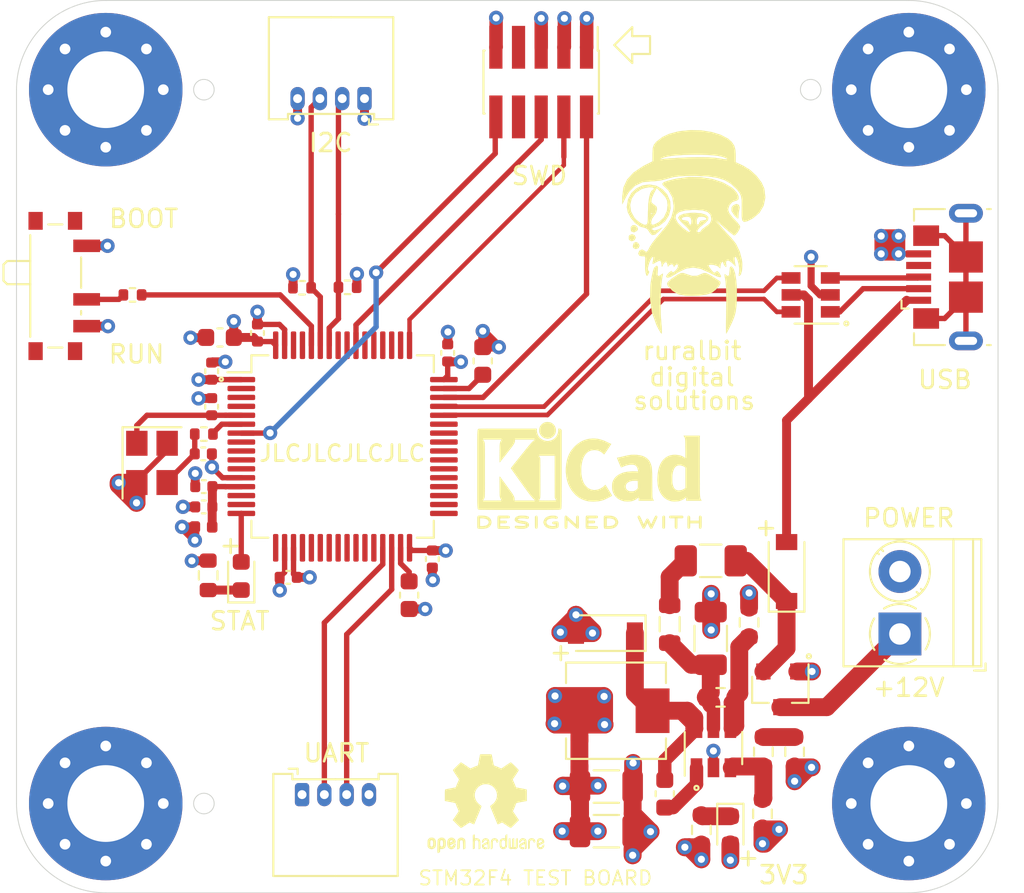
<source format=kicad_pcb>
(kicad_pcb (version 20171130) (host pcbnew 5.1.10-88a1d61d58~90~ubuntu20.04.1)
  (layers (0 F.Cu signal) (1 In1.Cu power hide) (2 In2.Cu power hide) (31 B.Cu signal) (34 B.Paste user) (35 F.Paste user) (36 B.SilkS user) (37 F.SilkS user) (38 B.Mask user) (39 F.Mask user) (44 Edge.Cuts user))
  (net 0 "")
  (net 1 +3V3)
  (net 2 GND)
  (net 3 "Net-(C2-Pad1)")
  (net 4 "Net-(C4-Pad1)")
  (net 5 BUCK_IN)
  (net 6 +3.3VA)
  (net 7 BUCK_BST)
  (net 8 BUCK_SW)
  (net 9 HSE_IN)
  (net 10 "Net-(C15-Pad1)")
  (net 11 +5V)
  (net 12 "Net-(D1-Pad1)")
  (net 13 "Net-(D3-Pad1)")
  (net 14 LED_STATUS)
  (net 15 "Net-(D4-Pad1)")
  (net 16 "Net-(F1-Pad1)")
  (net 17 +12V)
  (net 18 I2C1_SDA)
  (net 19 I2C1_SCL)
  (net 20 SWDIO)
  (net 21 SWCLK)
  (net 22 SWO)
  (net 23 "Net-(J3-Pad7)")
  (net 24 "Net-(J3-Pad8)")
  (net 25 NRST)
  (net 26 USART3_TX)
  (net 27 USART3_RX)
  (net 28 "Net-(J5-Pad6)")
  (net 29 USB_CONN_D-)
  (net 30 "Net-(J5-Pad4)")
  (net 31 USB_CONN_D+)
  (net 32 BUCK_EN)
  (net 33 BUCK_FB)
  (net 34 "Net-(R5-Pad1)")
  (net 35 "Net-(R7-Pad1)")
  (net 36 BOOT0)
  (net 37 HSE_OUT)
  (net 38 "Net-(U1-Pad2)")
  (net 39 "Net-(U1-Pad3)")
  (net 40 "Net-(U1-Pad4)")
  (net 41 "Net-(U1-Pad8)")
  (net 42 "Net-(U1-Pad9)")
  (net 43 "Net-(U1-Pad10)")
  (net 44 "Net-(U1-Pad11)")
  (net 45 "Net-(U1-Pad14)")
  (net 46 "Net-(U1-Pad15)")
  (net 47 "Net-(U1-Pad17)")
  (net 48 "Net-(U1-Pad20)")
  (net 49 "Net-(U1-Pad21)")
  (net 50 "Net-(U1-Pad22)")
  (net 51 "Net-(U1-Pad23)")
  (net 52 "Net-(U1-Pad24)")
  (net 53 "Net-(U1-Pad25)")
  (net 54 "Net-(U1-Pad26)")
  (net 55 "Net-(U1-Pad27)")
  (net 56 "Net-(U1-Pad28)")
  (net 57 "Net-(U1-Pad33)")
  (net 58 "Net-(U1-Pad34)")
  (net 59 "Net-(U1-Pad35)")
  (net 60 "Net-(U1-Pad36)")
  (net 61 "Net-(U1-Pad37)")
  (net 62 "Net-(U1-Pad38)")
  (net 63 "Net-(U1-Pad39)")
  (net 64 "Net-(U1-Pad40)")
  (net 65 "Net-(U1-Pad41)")
  (net 66 "Net-(U1-Pad42)")
  (net 67 "Net-(U1-Pad43)")
  (net 68 USB_D-)
  (net 69 USB_D+)
  (net 70 "Net-(U1-Pad50)")
  (net 71 "Net-(U1-Pad51)")
  (net 72 "Net-(U1-Pad52)")
  (net 73 "Net-(U1-Pad53)")
  (net 74 "Net-(U1-Pad54)")
  (net 75 "Net-(U1-Pad56)")
  (net 76 "Net-(U1-Pad57)")
  (net 77 "Net-(U1-Pad61)")
  (net 78 "Net-(U1-Pad62)")
  (module kicadproj:morsa_elegante (layer F.Cu) (at 173 104)
    (fp_text reference G*** hide)
    (fp_text value LOGO hide)
  )
  (module Symbol:OSHW-Logo2_7.3x6mm_SilkScreen (layer F.Cu) (at 161.8 136)
    (fp_text reference e hide)
    (fp_text value OSHW-Logo2_7.3x6mm_SilkScreen hide)
  )
  (module Symbol:KiCad-Logo2_5mm_SilkScreen (layer F.Cu) (at 167.6 117.6)
    (fp_text reference REF** hide)
    (fp_text value KiCad-Logo2_5mm_SilkScreen hide)
  )
  (module Connector_PinHeader_1.27mm:PinHeader_2x05_P1.27mm_Vertical_SMD (layer F.Cu) (at 164.9 95.575 270)
    (fp_text reference J3)
    (fp_text value SWD)
    (pad 10 smd rect (at 1.95 2.54 270) (size 2.4 0.74) (layers F.Cu F.Paste F.Mask) (net 25 NRST))
    (pad 9 smd rect (at -1.95 2.54 270) (size 2.4 0.74) (layers F.Cu F.Paste F.Mask) (net 2 GND))
    (pad 8 smd rect (at 1.95 1.27 270) (size 2.4 0.74) (layers F.Cu F.Paste F.Mask) (net 24 "Net-(J3-Pad8)"))
    (pad 7 smd rect (at -1.95 1.27 270) (size 2.4 0.74) (layers F.Cu F.Paste F.Mask) (net 23 "Net-(J3-Pad7)"))
    (pad 6 smd rect (at 1.95 0 270) (size 2.4 0.74) (layers F.Cu F.Paste F.Mask) (net 22 SWO))
    (pad 5 smd rect (at -1.95 0 270) (size 2.4 0.74) (layers F.Cu F.Paste F.Mask) (net 2 GND))
    (pad 4 smd rect (at 1.95 -1.27 270) (size 2.4 0.74) (layers F.Cu F.Paste F.Mask) (net 21 SWCLK))
    (pad 3 smd rect (at -1.95 -1.27 270) (size 2.4 0.74) (layers F.Cu F.Paste F.Mask) (net 2 GND))
    (pad 2 smd rect (at 1.95 -2.54 270) (size 2.4 0.74) (layers F.Cu F.Paste F.Mask) (net 20 SWDIO))
    (pad 1 smd rect (at -1.95 -2.54 270) (size 2.4 0.74) (layers F.Cu F.Paste F.Mask) (net 1 +3V3))
  )
  (module Capacitor_SMD:C_0603_1608Metric (layer F.Cu) (at 146.90202 109.88346 180)
    (fp_text reference C1)
    (fp_text value 4u7)
    (pad 1 smd roundrect (at -0.775 0 180) (size 0.9 0.95) (layers F.Cu F.Paste F.Mask) (net 1 +3V3))
    (pad 2 smd roundrect (at 0.775 0 180) (size 0.9 0.95) (layers F.Cu F.Paste F.Mask) (net 2 GND))
  )
  (module Capacitor_SMD:C_0603_1608Metric (layer F.Cu) (at 157.5 124.325 270)
    (fp_text reference C2)
    (fp_text value 2u2)
    (pad 2 smd roundrect (at 0.775 0 270) (size 0.9 0.95) (layers F.Cu F.Paste F.Mask) (net 2 GND))
    (pad 1 smd roundrect (at -0.775 0 270) (size 0.9 0.95) (layers F.Cu F.Paste F.Mask) (net 3 "Net-(C2-Pad1)"))
  )
  (module Capacitor_SMD:C_0402_1005Metric (layer F.Cu) (at 149.0026 109.63454 90)
    (fp_text reference C3)
    (fp_text value 100n)
    (pad 1 smd roundrect (at -0.48 0 90) (size 0.56 0.62) (layers F.Cu F.Paste F.Mask) (net 1 +3V3))
    (pad 2 smd roundrect (at 0.48 0 90) (size 0.56 0.62) (layers F.Cu F.Paste F.Mask) (net 2 GND))
  )
  (module Capacitor_SMD:C_0603_1608Metric (layer F.Cu) (at 161.625 111.2 90)
    (fp_text reference C4)
    (fp_text value 2u2)
    (pad 1 smd roundrect (at -0.775 0 90) (size 0.9 0.95) (layers F.Cu F.Paste F.Mask) (net 4 "Net-(C4-Pad1)"))
    (pad 2 smd roundrect (at 0.775 0 90) (size 0.9 0.95) (layers F.Cu F.Paste F.Mask) (net 2 GND))
  )
  (module Capacitor_SMD:C_0402_1005Metric (layer F.Cu) (at 150.725 123.325 180)
    (fp_text reference C5)
    (fp_text value 100n)
    (pad 2 smd roundrect (at 0.48 0 180) (size 0.56 0.62) (layers F.Cu F.Paste F.Mask) (net 2 GND))
    (pad 1 smd roundrect (at -0.48 0 180) (size 0.56 0.62) (layers F.Cu F.Paste F.Mask) (net 1 +3V3))
  )
  (module Capacitor_SMD:C_0402_1005Metric (layer F.Cu) (at 146.4372 111.77322 90)
    (fp_text reference C6)
    (fp_text value 100n)
    (pad 1 smd roundrect (at -0.48 0 90) (size 0.56 0.62) (layers F.Cu F.Paste F.Mask) (net 1 +3V3))
    (pad 2 smd roundrect (at 0.48 0 90) (size 0.56 0.62) (layers F.Cu F.Paste F.Mask) (net 2 GND))
  )
  (module Capacitor_SMD:C_1206_3216Metric (layer F.Cu) (at 174.4 126.75 90)
    (fp_text reference C7)
    (fp_text value 10u)
    (pad 1 smd roundrect (at -1.475 0 90) (size 1.15 1.8) (layers F.Cu F.Paste F.Mask) (roundrect_rratio 0.2173904347826087) (net 5 BUCK_IN))
    (pad 2 smd roundrect (at 1.475 0 90) (size 1.15 1.8) (layers F.Cu F.Paste F.Mask) (roundrect_rratio 0.2173904347826087) (net 2 GND))
  )
  (module Capacitor_SMD:C_0402_1005Metric (layer F.Cu) (at 158.8 122.3 270)
    (fp_text reference C8)
    (fp_text value 100n)
    (pad 2 smd roundrect (at 0.48 0 270) (size 0.56 0.62) (layers F.Cu F.Paste F.Mask) (net 2 GND))
    (pad 1 smd roundrect (at -0.48 0 270) (size 0.56 0.62) (layers F.Cu F.Paste F.Mask) (net 1 +3V3))
  )
  (module Capacitor_SMD:C_0402_1005Metric (layer F.Cu) (at 159.66044 110.7496 90)
    (fp_text reference C9)
    (fp_text value 100n)
    (pad 1 smd roundrect (at -0.48 0 90) (size 0.56 0.62) (layers F.Cu F.Paste F.Mask) (net 1 +3V3))
    (pad 2 smd roundrect (at 0.48 0 90) (size 0.56 0.62) (layers F.Cu F.Paste F.Mask) (net 2 GND))
  )
  (module Capacitor_SMD:C_0402_1005Metric (layer F.Cu) (at 145.99524 119.37798 180)
    (fp_text reference C10)
    (fp_text value 1u)
    (pad 1 smd roundrect (at -0.48 0 180) (size 0.56 0.62) (layers F.Cu F.Paste F.Mask) (net 6 +3.3VA))
    (pad 2 smd roundrect (at 0.48 0 180) (size 0.56 0.62) (layers F.Cu F.Paste F.Mask) (net 2 GND))
  )
  (module Capacitor_SMD:C_0402_1005Metric (layer F.Cu) (at 145.99524 118.2426 180)
    (fp_text reference C11)
    (fp_text value 10n)
    (pad 2 smd roundrect (at 0.48 0 180) (size 0.56 0.62) (layers F.Cu F.Paste F.Mask) (net 2 GND))
    (pad 1 smd roundrect (at -0.48 0 180) (size 0.56 0.62) (layers F.Cu F.Paste F.Mask) (net 6 +3.3VA))
  )
  (module Capacitor_SMD:C_0603_1608Metric (layer F.Cu) (at 171.825 135.45 270)
    (fp_text reference C12)
    (fp_text value 10n)
    (pad 2 smd roundrect (at 0.775 0 270) (size 0.9 0.95) (layers F.Cu F.Paste F.Mask) (net 7 BUCK_BST))
    (pad 1 smd roundrect (at -0.775 0 270) (size 0.9 0.95) (layers F.Cu F.Paste F.Mask) (net 8 BUCK_SW))
  )
  (module Capacitor_SMD:C_0402_1005Metric (layer F.Cu) (at 146.43466 113.76458 90)
    (fp_text reference C13)
    (fp_text value 12p)
    (pad 1 smd roundrect (at -0.48 0 90) (size 0.56 0.62) (layers F.Cu F.Paste F.Mask) (net 9 HSE_IN))
    (pad 2 smd roundrect (at 0.48 0 90) (size 0.56 0.62) (layers F.Cu F.Paste F.Mask) (net 2 GND))
  )
  (module Capacitor_SMD:C_1206_3216Metric (layer F.Cu) (at 168.55 135.05)
    (fp_text reference C14)
    (fp_text value 10u)
    (pad 1 smd roundrect (at -1.475 0) (size 1.15 1.8) (layers F.Cu F.Paste F.Mask) (roundrect_rratio 0.2173904347826087) (net 1 +3V3))
    (pad 2 smd roundrect (at 1.475 0) (size 1.15 1.8) (layers F.Cu F.Paste F.Mask) (roundrect_rratio 0.2173904347826087) (net 2 GND))
  )
  (module Capacitor_SMD:C_0402_1005Metric (layer F.Cu) (at 145.9673 116.40618)
    (fp_text reference C15)
    (fp_text value 12p)
    (pad 2 smd roundrect (at 0.48 0) (size 0.56 0.62) (layers F.Cu F.Paste F.Mask) (net 2 GND))
    (pad 1 smd roundrect (at -0.48 0) (size 0.56 0.62) (layers F.Cu F.Paste F.Mask) (net 10 "Net-(C15-Pad1)"))
  )
  (module Capacitor_SMD:C_1206_3216Metric (layer F.Cu) (at 168.55 137.55)
    (fp_text reference C16)
    (fp_text value 10u)
    (pad 2 smd roundrect (at 1.475 0) (size 1.15 1.8) (layers F.Cu F.Paste F.Mask) (roundrect_rratio 0.2173904347826087) (net 2 GND))
    (pad 1 smd roundrect (at -1.475 0) (size 1.15 1.8) (layers F.Cu F.Paste F.Mask) (roundrect_rratio 0.2173904347826087) (net 1 +3V3))
  )
  (module Diode_SMD:D_SOD-123 (layer F.Cu) (at 178.65 123 90)
    (fp_text reference D1)
    (fp_text value B5819W)
    (pad 1 smd rect (at -1.65 0 90) (size 0.9 1.2) (layers F.Cu F.Paste F.Mask) (net 12 "Net-(D1-Pad1)"))
    (pad 2 smd rect (at 1.65 0 90) (size 0.9 1.2) (layers F.Cu F.Paste F.Mask) (net 11 +5V))
  )
  (module Diode_SMD:D_SOD-123 (layer F.Cu) (at 168.5 126.45 180)
    (fp_text reference D2)
    (fp_text value B5819W)
    (pad 1 smd rect (at -1.65 0 180) (size 0.9 1.2) (layers F.Cu F.Paste F.Mask) (net 8 BUCK_SW))
    (pad 2 smd rect (at 1.65 0 180) (size 0.9 1.2) (layers F.Cu F.Paste F.Mask) (net 2 GND))
  )
  (module LED_SMD:LED_0603_1608Metric (layer F.Cu) (at 148.09328 123.24894 90)
    (fp_text reference D3)
    (fp_text value Blue)
    (pad 1 smd roundrect (at -0.7875 0 90) (size 0.875 0.95) (layers F.Cu F.Paste F.Mask) (net 13 "Net-(D3-Pad1)"))
    (pad 2 smd roundrect (at 0.7875 0 90) (size 0.875 0.95) (layers F.Cu F.Paste F.Mask) (net 14 LED_STATUS))
  )
  (module LED_SMD:LED_0603_1608Metric (layer F.Cu) (at 175.5 137.5 270)
    (fp_text reference D4)
    (fp_text value Red)
    (pad 2 smd roundrect (at 0.7875 0 270) (size 0.875 0.95) (layers F.Cu F.Paste F.Mask) (net 1 +3V3))
    (pad 1 smd roundrect (at -0.7875 0 270) (size 0.875 0.95) (layers F.Cu F.Paste F.Mask) (net 15 "Net-(D4-Pad1)"))
  )
  (module Fuse:Fuse_1206_3216Metric (layer F.Cu) (at 174.4 122.4)
    (fp_text reference F1)
    (fp_text value 250mA)
    (pad 1 smd roundrect (at -1.4 0) (size 1.25 1.75) (layers F.Cu F.Paste F.Mask) (roundrect_rratio 0.2) (net 16 "Net-(F1-Pad1)"))
    (pad 2 smd roundrect (at 1.4 0) (size 1.25 1.75) (layers F.Cu F.Paste F.Mask) (roundrect_rratio 0.2) (net 12 "Net-(D1-Pad1)"))
  )
  (module Inductor_SMD:L_0805_2012Metric (layer F.Cu) (at 172.1 125.95 90)
    (fp_text reference FB1)
    (fp_text value "600 @ 600MHz")
    (pad 2 smd roundrect (at 1.0625 0 90) (size 0.875 1.2) (layers F.Cu F.Paste F.Mask) (net 16 "Net-(F1-Pad1)"))
    (pad 1 smd roundrect (at -1.0625 0 90) (size 0.875 1.2) (layers F.Cu F.Paste F.Mask) (net 5 BUCK_IN))
  )
  (module MountingHole:MountingHole_4.3mm_M4_Pad_Via (layer F.Cu) (at 140.5 96)
    (fp_text reference H1)
    (fp_text value MountingHole_Pad)
    (pad 1 thru_hole circle (at 0 0) (size 8.6 8.6) (drill 4.3) (layers *.Cu *.Mask) (net 2 GND))
    (pad 1 thru_hole circle (at 3.225 0) (size 0.9 0.9) (drill 0.6) (layers *.Cu *.Mask) (net 2 GND))
    (pad 1 thru_hole circle (at 2.280419 2.280419) (size 0.9 0.9) (drill 0.6) (layers *.Cu *.Mask) (net 2 GND))
    (pad 1 thru_hole circle (at 0 3.225) (size 0.9 0.9) (drill 0.6) (layers *.Cu *.Mask) (net 2 GND))
    (pad 1 thru_hole circle (at -2.280419 2.280419) (size 0.9 0.9) (drill 0.6) (layers *.Cu *.Mask) (net 2 GND))
    (pad 1 thru_hole circle (at -3.225 0) (size 0.9 0.9) (drill 0.6) (layers *.Cu *.Mask) (net 2 GND))
    (pad 1 thru_hole circle (at -2.280419 -2.280419) (size 0.9 0.9) (drill 0.6) (layers *.Cu *.Mask) (net 2 GND))
    (pad 1 thru_hole circle (at 0 -3.225) (size 0.9 0.9) (drill 0.6) (layers *.Cu *.Mask) (net 2 GND))
    (pad 1 thru_hole circle (at 2.280419 -2.280419) (size 0.9 0.9) (drill 0.6) (layers *.Cu *.Mask) (net 2 GND))
  )
  (module MountingHole:MountingHole_4.3mm_M4_Pad_Via (layer F.Cu) (at 185.5 96)
    (fp_text reference H2)
    (fp_text value MountingHole_Pad)
    (pad 1 thru_hole circle (at 2.280419 -2.280419) (size 0.9 0.9) (drill 0.6) (layers *.Cu *.Mask) (net 2 GND))
    (pad 1 thru_hole circle (at 0 -3.225) (size 0.9 0.9) (drill 0.6) (layers *.Cu *.Mask) (net 2 GND))
    (pad 1 thru_hole circle (at -2.280419 -2.280419) (size 0.9 0.9) (drill 0.6) (layers *.Cu *.Mask) (net 2 GND))
    (pad 1 thru_hole circle (at -3.225 0) (size 0.9 0.9) (drill 0.6) (layers *.Cu *.Mask) (net 2 GND))
    (pad 1 thru_hole circle (at -2.280419 2.280419) (size 0.9 0.9) (drill 0.6) (layers *.Cu *.Mask) (net 2 GND))
    (pad 1 thru_hole circle (at 0 3.225) (size 0.9 0.9) (drill 0.6) (layers *.Cu *.Mask) (net 2 GND))
    (pad 1 thru_hole circle (at 2.280419 2.280419) (size 0.9 0.9) (drill 0.6) (layers *.Cu *.Mask) (net 2 GND))
    (pad 1 thru_hole circle (at 3.225 0) (size 0.9 0.9) (drill 0.6) (layers *.Cu *.Mask) (net 2 GND))
    (pad 1 thru_hole circle (at 0 0) (size 8.6 8.6) (drill 4.3) (layers *.Cu *.Mask) (net 2 GND))
  )
  (module MountingHole:MountingHole_4.3mm_M4_Pad_Via (layer F.Cu) (at 185.5 136)
    (fp_text reference H3)
    (fp_text value MountingHole_Pad)
    (pad 1 thru_hole circle (at 0 0) (size 8.6 8.6) (drill 4.3) (layers *.Cu *.Mask) (net 2 GND))
    (pad 1 thru_hole circle (at 3.225 0) (size 0.9 0.9) (drill 0.6) (layers *.Cu *.Mask) (net 2 GND))
    (pad 1 thru_hole circle (at 2.280419 2.280419) (size 0.9 0.9) (drill 0.6) (layers *.Cu *.Mask) (net 2 GND))
    (pad 1 thru_hole circle (at 0 3.225) (size 0.9 0.9) (drill 0.6) (layers *.Cu *.Mask) (net 2 GND))
    (pad 1 thru_hole circle (at -2.280419 2.280419) (size 0.9 0.9) (drill 0.6) (layers *.Cu *.Mask) (net 2 GND))
    (pad 1 thru_hole circle (at -3.225 0) (size 0.9 0.9) (drill 0.6) (layers *.Cu *.Mask) (net 2 GND))
    (pad 1 thru_hole circle (at -2.280419 -2.280419) (size 0.9 0.9) (drill 0.6) (layers *.Cu *.Mask) (net 2 GND))
    (pad 1 thru_hole circle (at 0 -3.225) (size 0.9 0.9) (drill 0.6) (layers *.Cu *.Mask) (net 2 GND))
    (pad 1 thru_hole circle (at 2.280419 -2.280419) (size 0.9 0.9) (drill 0.6) (layers *.Cu *.Mask) (net 2 GND))
  )
  (module MountingHole:MountingHole_4.3mm_M4_Pad_Via (layer F.Cu) (at 140.5 136)
    (fp_text reference H4)
    (fp_text value MountingHole_Pad)
    (pad 1 thru_hole circle (at 2.280419 -2.280419) (size 0.9 0.9) (drill 0.6) (layers *.Cu *.Mask) (net 2 GND))
    (pad 1 thru_hole circle (at 0 -3.225) (size 0.9 0.9) (drill 0.6) (layers *.Cu *.Mask) (net 2 GND))
    (pad 1 thru_hole circle (at -2.280419 -2.280419) (size 0.9 0.9) (drill 0.6) (layers *.Cu *.Mask) (net 2 GND))
    (pad 1 thru_hole circle (at -3.225 0) (size 0.9 0.9) (drill 0.6) (layers *.Cu *.Mask) (net 2 GND))
    (pad 1 thru_hole circle (at -2.280419 2.280419) (size 0.9 0.9) (drill 0.6) (layers *.Cu *.Mask) (net 2 GND))
    (pad 1 thru_hole circle (at 0 3.225) (size 0.9 0.9) (drill 0.6) (layers *.Cu *.Mask) (net 2 GND))
    (pad 1 thru_hole circle (at 2.280419 2.280419) (size 0.9 0.9) (drill 0.6) (layers *.Cu *.Mask) (net 2 GND))
    (pad 1 thru_hole circle (at 3.225 0) (size 0.9 0.9) (drill 0.6) (layers *.Cu *.Mask) (net 2 GND))
    (pad 1 thru_hole circle (at 0 0) (size 8.6 8.6) (drill 4.3) (layers *.Cu *.Mask) (net 2 GND))
  )
  (module TerminalBlock_Phoenix:TerminalBlock_Phoenix_PT-1,5-2-3.5-H_1x02_P3.50mm_Horizontal (layer F.Cu) (at 185 126.5 90)
    (fp_text reference J1)
    (fp_text value PWR)
    (pad 1 thru_hole rect (at 0 0 90) (size 2.4 2.4) (drill 1.2) (layers *.Cu *.Mask) (net 17 +12V))
    (pad 2 thru_hole circle (at 3.5 0 90) (size 2.4 2.4) (drill 1.2) (layers *.Cu *.Mask) (net 2 GND))
  )
  (module Connector_Molex:Molex_PicoBlade_53048-0410_1x04_P1.25mm_Horizontal (layer F.Cu) (at 155 96.5 180)
    (fp_text reference J2)
    (fp_text value I2C)
    (pad 4 thru_hole oval (at 3.75 0 180) (size 0.8 1.3) (drill 0.5) (layers *.Cu *.Mask) (net 2 GND))
    (pad 3 thru_hole oval (at 2.5 0 180) (size 0.8 1.3) (drill 0.5) (layers *.Cu *.Mask) (net 18 I2C1_SDA))
    (pad 2 thru_hole oval (at 1.25 0 180) (size 0.8 1.3) (drill 0.5) (layers *.Cu *.Mask) (net 19 I2C1_SCL))
    (pad 1 thru_hole roundrect (at 0 0 180) (size 0.8 1.3) (drill 0.5) (layers *.Cu *.Mask) (net 1 +3V3))
  )
  (module Connector_Molex:Molex_PicoBlade_53048-0410_1x04_P1.25mm_Horizontal (layer F.Cu) (at 151.5 135.5)
    (fp_text reference J4)
    (fp_text value USART)
    (pad 1 thru_hole roundrect (at 0 0) (size 0.8 1.3) (drill 0.5) (layers *.Cu *.Mask) (net 1 +3V3))
    (pad 2 thru_hole oval (at 1.25 0) (size 0.8 1.3) (drill 0.5) (layers *.Cu *.Mask) (net 26 USART3_TX))
    (pad 3 thru_hole oval (at 2.5 0) (size 0.8 1.3) (drill 0.5) (layers *.Cu *.Mask) (net 27 USART3_RX))
    (pad 4 thru_hole oval (at 3.75 0) (size 0.8 1.3) (drill 0.5) (layers *.Cu *.Mask) (net 2 GND))
  )
  (module Connector_USB:USB_Micro-B_GCT_USB3076-30-A (layer F.Cu) (at 187.5 106.5 90)
    (fp_text reference J5)
    (fp_text value USB_B_Micro)
    (pad 6 smd rect (at -2.32 -1.03 90) (size 1.15 1.45) (layers F.Cu F.Paste F.Mask) (net 28 "Net-(J5-Pad6)"))
    (pad 6 smd rect (at 2.32 -1.03 90) (size 1.15 1.45) (layers F.Cu F.Paste F.Mask) (net 28 "Net-(J5-Pad6)"))
    (pad 6 thru_hole oval (at 3.575 1.2 90) (size 1.05 1.9) (drill oval 0.45 1.25) (layers *.Cu *.Mask) (net 28 "Net-(J5-Pad6)"))
    (pad 6 thru_hole oval (at -3.575 1.2 270) (size 1.05 1.9) (drill oval 0.45 1.25) (layers *.Cu *.Mask) (net 28 "Net-(J5-Pad6)"))
    (pad 6 smd rect (at -1.125 1.2 90) (size 1.75 1.9) (layers F.Cu F.Paste F.Mask) (net 28 "Net-(J5-Pad6)"))
    (pad 3 smd rect (at 0 -1.45 90) (size 0.4 1.4) (layers F.Cu F.Paste F.Mask) (net 31 USB_CONN_D+))
    (pad 4 smd rect (at 0.65 -1.45 90) (size 0.4 1.4) (layers F.Cu F.Paste F.Mask) (net 30 "Net-(J5-Pad4)"))
    (pad 5 smd rect (at 1.3 -1.45 90) (size 0.4 1.4) (layers F.Cu F.Paste F.Mask) (net 2 GND))
    (pad 1 smd rect (at -1.3 -1.45 90) (size 0.4 1.4) (layers F.Cu F.Paste F.Mask) (net 11 +5V))
    (pad 2 smd rect (at -0.65 -1.45 90) (size 0.4 1.4) (layers F.Cu F.Paste F.Mask) (net 29 USB_CONN_D-))
    (pad 6 smd rect (at 1.125 1.2 90) (size 1.75 1.9) (layers F.Cu F.Paste F.Mask) (net 28 "Net-(J5-Pad6)"))
  )
  (module Inductor_SMD:L_0402_1005Metric (layer F.Cu) (at 145.98 120.50066 180)
    (fp_text reference L1)
    (fp_text value 39n)
    (pad 1 smd roundrect (at -0.485 0 180) (size 0.59 0.64) (layers F.Cu F.Paste F.Mask) (net 6 +3.3VA))
    (pad 2 smd roundrect (at 0.485 0 180) (size 0.59 0.64) (layers F.Cu F.Paste F.Mask) (net 1 +3V3))
  )
  (module Inductor_SMD:L_Sunlord_MWSA0518_5.4x5.2mm (layer F.Cu) (at 169.0911 130.8 180)
    (fp_text reference L2)
    (fp_text value 10u)
    (pad 1 smd rect (at -2.05 0 180) (size 1.9 2.5) (layers F.Cu F.Paste F.Mask) (net 8 BUCK_SW))
    (pad 2 smd rect (at 2.05 0 180) (size 1.9 2.5) (layers F.Cu F.Paste F.Mask) (net 1 +3V3))
  )
  (module Package_TO_SOT_SMD:SOT-23 (layer F.Cu) (at 178.3 129.6 270)
    (fp_text reference Q1)
    (fp_text value AO3401A)
    (pad 1 smd rect (at -1 -0.95 270) (size 0.9 0.8) (layers F.Cu F.Paste F.Mask) (net 2 GND))
    (pad 2 smd rect (at -1 0.95 270) (size 0.9 0.8) (layers F.Cu F.Paste F.Mask) (net 12 "Net-(D1-Pad1)"))
    (pad 3 smd rect (at 1 0 270) (size 0.9 0.8) (layers F.Cu F.Paste F.Mask) (net 17 +12V))
  )
  (module Resistor_SMD:R_0603_1608Metric (layer F.Cu) (at 174.95 130.05 180)
    (fp_text reference R1)
    (fp_text value 100k)
    (pad 2 smd roundrect (at 0.825 0 180) (size 0.8 0.95) (layers F.Cu F.Paste F.Mask) (net 5 BUCK_IN))
    (pad 1 smd roundrect (at -0.825 0 180) (size 0.8 0.95) (layers F.Cu F.Paste F.Mask) (net 32 BUCK_EN))
  )
  (module Resistor_SMD:R_0603_1608Metric (layer F.Cu) (at 176.55 125.85 270)
    (fp_text reference R2)
    (fp_text value 68k)
    (pad 1 smd roundrect (at -0.825 0 270) (size 0.8 0.95) (layers F.Cu F.Paste F.Mask) (net 2 GND))
    (pad 2 smd roundrect (at 0.825 0 270) (size 0.8 0.95) (layers F.Cu F.Paste F.Mask) (net 32 BUCK_EN))
  )
  (module Resistor_SMD:R_0402_1005Metric (layer F.Cu) (at 151.5 107.1 180)
    (fp_text reference R3)
    (fp_text value 2k2)
    (pad 2 smd roundrect (at 0.51 0 180) (size 0.54 0.64) (layers F.Cu F.Paste F.Mask) (net 1 +3V3))
    (pad 1 smd roundrect (at -0.51 0 180) (size 0.54 0.64) (layers F.Cu F.Paste F.Mask) (net 18 I2C1_SDA))
  )
  (module Resistor_SMD:R_0603_1608Metric (layer F.Cu) (at 177.3 136.575 270)
    (fp_text reference R4)
    (fp_text value 47k)
    (pad 2 smd roundrect (at 0.825 0 270) (size 0.8 0.95) (layers F.Cu F.Paste F.Mask) (net 1 +3V3))
    (pad 1 smd roundrect (at -0.825 0 270) (size 0.8 0.95) (layers F.Cu F.Paste F.Mask) (net 33 BUCK_FB))
  )
  (module Resistor_SMD:R_0603_1608Metric (layer F.Cu) (at 177.35 133.1 270)
    (fp_text reference R5)
    (fp_text value 15k)
    (pad 1 smd roundrect (at -0.825 0 270) (size 0.8 0.95) (layers F.Cu F.Paste F.Mask) (net 34 "Net-(R5-Pad1)"))
    (pad 2 smd roundrect (at 0.825 0 270) (size 0.8 0.95) (layers F.Cu F.Paste F.Mask) (net 33 BUCK_FB))
  )
  (module Resistor_SMD:R_0603_1608Metric (layer F.Cu) (at 179.1 133.1 90)
    (fp_text reference R6)
    (fp_text value 270)
    (pad 2 smd roundrect (at 0.825 0 90) (size 0.8 0.95) (layers F.Cu F.Paste F.Mask) (net 34 "Net-(R5-Pad1)"))
    (pad 1 smd roundrect (at -0.825 0 90) (size 0.8 0.95) (layers F.Cu F.Paste F.Mask) (net 2 GND))
  )
  (module Resistor_SMD:R_0402_1005Metric (layer F.Cu) (at 142 107.5)
    (fp_text reference R7)
    (fp_text value 10k)
    (pad 1 smd roundrect (at -0.51 0) (size 0.54 0.64) (layers F.Cu F.Paste F.Mask) (net 35 "Net-(R7-Pad1)"))
    (pad 2 smd roundrect (at 0.51 0) (size 0.54 0.64) (layers F.Cu F.Paste F.Mask) (net 36 BOOT0))
  )
  (module Resistor_SMD:R_0402_1005Metric (layer F.Cu) (at 154.05 107.075)
    (fp_text reference R8)
    (fp_text value 2k2)
    (pad 1 smd roundrect (at -0.51 0) (size 0.54 0.64) (layers F.Cu F.Paste F.Mask) (net 19 I2C1_SCL))
    (pad 2 smd roundrect (at 0.51 0) (size 0.54 0.64) (layers F.Cu F.Paste F.Mask) (net 1 +3V3))
  )
  (module Resistor_SMD:R_0603_1608Metric (layer F.Cu) (at 146.23908 123.21338 270)
    (fp_text reference R9)
    (fp_text value 1k5)
    (pad 1 smd roundrect (at -0.825 0 270) (size 0.8 0.95) (layers F.Cu F.Paste F.Mask) (net 2 GND))
    (pad 2 smd roundrect (at 0.825 0 270) (size 0.8 0.95) (layers F.Cu F.Paste F.Mask) (net 13 "Net-(D3-Pad1)"))
  )
  (module Resistor_SMD:R_0402_1005Metric (layer F.Cu) (at 145.99778 115.29874)
    (fp_text reference R10)
    (fp_text value 47)
    (pad 2 smd roundrect (at 0.51 0) (size 0.54 0.64) (layers F.Cu F.Paste F.Mask) (net 37 HSE_OUT))
    (pad 1 smd roundrect (at -0.51 0) (size 0.54 0.64) (layers F.Cu F.Paste F.Mask) (net 10 "Net-(C15-Pad1)"))
  )
  (module Resistor_SMD:R_0603_1608Metric (layer F.Cu) (at 173.875 137.475 90)
    (fp_text reference R11)
    (fp_text value 1k)
    (pad 1 smd roundrect (at -0.825 0 90) (size 0.8 0.95) (layers F.Cu F.Paste F.Mask) (net 2 GND))
    (pad 2 smd roundrect (at 0.825 0 90) (size 0.8 0.95) (layers F.Cu F.Paste F.Mask) (net 15 "Net-(D4-Pad1)"))
  )
  (module Button_Switch_SMD:SW_SPDT_PCM12 (layer F.Cu) (at 138 107 270)
    (fp_text reference SW1)
    (fp_text value SW_SPDT)
    (pad "" np_thru_hole circle (at -1.5 0.33 270) (size 0.9 0.9) (drill 0.9) (layers *.Cu *.Mask))
    (pad "" np_thru_hole circle (at 1.5 0.33 270) (size 0.9 0.9) (drill 0.9) (layers *.Cu *.Mask))
    (pad 1 smd rect (at -2.25 -1.43 270) (size 0.7 1.5) (layers F.Cu F.Paste F.Mask) (net 1 +3V3))
    (pad 2 smd rect (at 0.75 -1.43 270) (size 0.7 1.5) (layers F.Cu F.Paste F.Mask) (net 35 "Net-(R7-Pad1)"))
    (pad 3 smd rect (at 2.25 -1.43 270) (size 0.7 1.5) (layers F.Cu F.Paste F.Mask) (net 2 GND))
    (pad "" smd rect (at -3.65 1.43 270) (size 1 0.8) (layers F.Cu F.Paste F.Mask))
    (pad "" smd rect (at 3.65 1.43 270) (size 1 0.8) (layers F.Cu F.Paste F.Mask))
    (pad "" smd rect (at 3.65 -0.78 270) (size 1 0.8) (layers F.Cu F.Paste F.Mask))
    (pad "" smd rect (at -3.65 -0.78 270) (size 1 0.8) (layers F.Cu F.Paste F.Mask))
  )
  (module Package_QFP:LQFP-64_10x10mm_P0.5mm (layer F.Cu) (at 153.77272 115.9947)
    (fp_text reference U1)
    (fp_text value STM32F405RGT6)
    (pad 1 smd roundrect (at -5.675 -3.75) (size 1.55 0.3) (layers F.Cu F.Paste F.Mask) (net 1 +3V3))
    (pad 2 smd roundrect (at -5.675 -3.25) (size 1.55 0.3) (layers F.Cu F.Paste F.Mask) (net 38 "Net-(U1-Pad2)"))
    (pad 3 smd roundrect (at -5.675 -2.75) (size 1.55 0.3) (layers F.Cu F.Paste F.Mask) (net 39 "Net-(U1-Pad3)"))
    (pad 4 smd roundrect (at -5.675 -2.25) (size 1.55 0.3) (layers F.Cu F.Paste F.Mask) (net 40 "Net-(U1-Pad4)"))
    (pad 5 smd roundrect (at -5.675 -1.75) (size 1.55 0.3) (layers F.Cu F.Paste F.Mask) (net 9 HSE_IN))
    (pad 6 smd roundrect (at -5.675 -1.25) (size 1.55 0.3) (layers F.Cu F.Paste F.Mask) (net 37 HSE_OUT))
    (pad 7 smd roundrect (at -5.675 -0.75) (size 1.55 0.3) (layers F.Cu F.Paste F.Mask) (net 25 NRST))
    (pad 8 smd roundrect (at -5.675 -0.25) (size 1.55 0.3) (layers F.Cu F.Paste F.Mask) (net 41 "Net-(U1-Pad8)"))
    (pad 9 smd roundrect (at -5.675 0.25) (size 1.55 0.3) (layers F.Cu F.Paste F.Mask) (net 42 "Net-(U1-Pad9)"))
    (pad 10 smd roundrect (at -5.675 0.75) (size 1.55 0.3) (layers F.Cu F.Paste F.Mask) (net 43 "Net-(U1-Pad10)"))
    (pad 11 smd roundrect (at -5.675 1.25) (size 1.55 0.3) (layers F.Cu F.Paste F.Mask) (net 44 "Net-(U1-Pad11)"))
    (pad 12 smd roundrect (at -5.675 1.75) (size 1.55 0.3) (layers F.Cu F.Paste F.Mask) (net 2 GND))
    (pad 13 smd roundrect (at -5.675 2.25) (size 1.55 0.3) (layers F.Cu F.Paste F.Mask) (net 6 +3.3VA))
    (pad 14 smd roundrect (at -5.675 2.75) (size 1.55 0.3) (layers F.Cu F.Paste F.Mask) (net 45 "Net-(U1-Pad14)"))
    (pad 15 smd roundrect (at -5.675 3.25) (size 1.55 0.3) (layers F.Cu F.Paste F.Mask) (net 46 "Net-(U1-Pad15)"))
    (pad 16 smd roundrect (at -5.675 3.75) (size 1.55 0.3) (layers F.Cu F.Paste F.Mask) (net 14 LED_STATUS))
    (pad 17 smd roundrect (at -3.75 5.675) (size 0.3 1.55) (layers F.Cu F.Paste F.Mask) (net 47 "Net-(U1-Pad17)"))
    (pad 18 smd roundrect (at -3.25 5.675) (size 0.3 1.55) (layers F.Cu F.Paste F.Mask) (net 2 GND))
    (pad 19 smd roundrect (at -2.75 5.675) (size 0.3 1.55) (layers F.Cu F.Paste F.Mask) (net 1 +3V3))
    (pad 20 smd roundrect (at -2.25 5.675) (size 0.3 1.55) (layers F.Cu F.Paste F.Mask) (net 48 "Net-(U1-Pad20)"))
    (pad 21 smd roundrect (at -1.75 5.675) (size 0.3 1.55) (layers F.Cu F.Paste F.Mask) (net 49 "Net-(U1-Pad21)"))
    (pad 22 smd roundrect (at -1.25 5.675) (size 0.3 1.55) (layers F.Cu F.Paste F.Mask) (net 50 "Net-(U1-Pad22)"))
    (pad 23 smd roundrect (at -0.75 5.675) (size 0.3 1.55) (layers F.Cu F.Paste F.Mask) (net 51 "Net-(U1-Pad23)"))
    (pad 24 smd roundrect (at -0.25 5.675) (size 0.3 1.55) (layers F.Cu F.Paste F.Mask) (net 52 "Net-(U1-Pad24)"))
    (pad 25 smd roundrect (at 0.25 5.675) (size 0.3 1.55) (layers F.Cu F.Paste F.Mask) (net 53 "Net-(U1-Pad25)"))
    (pad 26 smd roundrect (at 0.75 5.675) (size 0.3 1.55) (layers F.Cu F.Paste F.Mask) (net 54 "Net-(U1-Pad26)"))
    (pad 27 smd roundrect (at 1.25 5.675) (size 0.3 1.55) (layers F.Cu F.Paste F.Mask) (net 55 "Net-(U1-Pad27)"))
    (pad 28 smd roundrect (at 1.75 5.675) (size 0.3 1.55) (layers F.Cu F.Paste F.Mask) (net 56 "Net-(U1-Pad28)"))
    (pad 29 smd roundrect (at 2.25 5.675) (size 0.3 1.55) (layers F.Cu F.Paste F.Mask) (net 26 USART3_TX))
    (pad 30 smd roundrect (at 2.75 5.675) (size 0.3 1.55) (layers F.Cu F.Paste F.Mask) (net 27 USART3_RX))
    (pad 31 smd roundrect (at 3.25 5.675) (size 0.3 1.55) (layers F.Cu F.Paste F.Mask) (net 3 "Net-(C2-Pad1)"))
    (pad 32 smd roundrect (at 3.75 5.675) (size 0.3 1.55) (layers F.Cu F.Paste F.Mask) (net 1 +3V3))
    (pad 33 smd roundrect (at 5.675 3.75) (size 1.55 0.3) (layers F.Cu F.Paste F.Mask) (net 57 "Net-(U1-Pad33)"))
    (pad 34 smd roundrect (at 5.675 3.25) (size 1.55 0.3) (layers F.Cu F.Paste F.Mask) (net 58 "Net-(U1-Pad34)"))
    (pad 35 smd roundrect (at 5.675 2.75) (size 1.55 0.3) (layers F.Cu F.Paste F.Mask) (net 59 "Net-(U1-Pad35)"))
    (pad 36 smd roundrect (at 5.675 2.25) (size 1.55 0.3) (layers F.Cu F.Paste F.Mask) (net 60 "Net-(U1-Pad36)"))
    (pad 37 smd roundrect (at 5.675 1.75) (size 1.55 0.3) (layers F.Cu F.Paste F.Mask) (net 61 "Net-(U1-Pad37)"))
    (pad 38 smd roundrect (at 5.675 1.25) (size 1.55 0.3) (layers F.Cu F.Paste F.Mask) (net 62 "Net-(U1-Pad38)"))
    (pad 39 smd roundrect (at 5.675 0.75) (size 1.55 0.3) (layers F.Cu F.Paste F.Mask) (net 63 "Net-(U1-Pad39)"))
    (pad 40 smd roundrect (at 5.675 0.25) (size 1.55 0.3) (layers F.Cu F.Paste F.Mask) (net 64 "Net-(U1-Pad40)"))
    (pad 41 smd roundrect (at 5.675 -0.25) (size 1.55 0.3) (layers F.Cu F.Paste F.Mask) (net 65 "Net-(U1-Pad41)"))
    (pad 42 smd roundrect (at 5.675 -0.75) (size 1.55 0.3) (layers F.Cu F.Paste F.Mask) (net 66 "Net-(U1-Pad42)"))
    (pad 43 smd roundrect (at 5.675 -1.25) (size 1.55 0.3) (layers F.Cu F.Paste F.Mask) (net 67 "Net-(U1-Pad43)"))
    (pad 44 smd roundrect (at 5.675 -1.75) (size 1.55 0.3) (layers F.Cu F.Paste F.Mask) (net 68 USB_D-))
    (pad 45 smd roundrect (at 5.675 -2.25) (size 1.55 0.3) (layers F.Cu F.Paste F.Mask) (net 69 USB_D+))
    (pad 46 smd roundrect (at 5.675 -2.75) (size 1.55 0.3) (layers F.Cu F.Paste F.Mask) (net 20 SWDIO))
    (pad 47 smd roundrect (at 5.675 -3.25) (size 1.55 0.3) (layers F.Cu F.Paste F.Mask) (net 4 "Net-(C4-Pad1)"))
    (pad 48 smd roundrect (at 5.675 -3.75) (size 1.55 0.3) (layers F.Cu F.Paste F.Mask) (net 1 +3V3))
    (pad 49 smd roundrect (at 3.75 -5.675) (size 0.3 1.55) (layers F.Cu F.Paste F.Mask) (net 21 SWCLK))
    (pad 50 smd roundrect (at 3.25 -5.675) (size 0.3 1.55) (layers F.Cu F.Paste F.Mask) (net 70 "Net-(U1-Pad50)"))
    (pad 51 smd roundrect (at 2.75 -5.675) (size 0.3 1.55) (layers F.Cu F.Paste F.Mask) (net 71 "Net-(U1-Pad51)"))
    (pad 52 smd roundrect (at 2.25 -5.675) (size 0.3 1.55) (layers F.Cu F.Paste F.Mask) (net 72 "Net-(U1-Pad52)"))
    (pad 53 smd roundrect (at 1.75 -5.675) (size 0.3 1.55) (layers F.Cu F.Paste F.Mask) (net 73 "Net-(U1-Pad53)"))
    (pad 54 smd roundrect (at 1.25 -5.675) (size 0.3 1.55) (layers F.Cu F.Paste F.Mask) (net 74 "Net-(U1-Pad54)"))
    (pad 55 smd roundrect (at 0.75 -5.675) (size 0.3 1.55) (layers F.Cu F.Paste F.Mask) (net 22 SWO))
    (pad 56 smd roundrect (at 0.25 -5.675) (size 0.3 1.55) (layers F.Cu F.Paste F.Mask) (net 75 "Net-(U1-Pad56)"))
    (pad 57 smd roundrect (at -0.25 -5.675) (size 0.3 1.55) (layers F.Cu F.Paste F.Mask) (net 76 "Net-(U1-Pad57)"))
    (pad 58 smd roundrect (at -0.75 -5.675) (size 0.3 1.55) (layers F.Cu F.Paste F.Mask) (net 19 I2C1_SCL))
    (pad 59 smd roundrect (at -1.25 -5.675) (size 0.3 1.55) (layers F.Cu F.Paste F.Mask) (net 18 I2C1_SDA))
    (pad 60 smd roundrect (at -1.75 -5.675) (size 0.3 1.55) (layers F.Cu F.Paste F.Mask) (net 36 BOOT0))
    (pad 61 smd roundrect (at -2.25 -5.675) (size 0.3 1.55) (layers F.Cu F.Paste F.Mask) (net 77 "Net-(U1-Pad61)"))
    (pad 62 smd roundrect (at -2.75 -5.675) (size 0.3 1.55) (layers F.Cu F.Paste F.Mask) (net 78 "Net-(U1-Pad62)"))
    (pad 63 smd roundrect (at -3.25 -5.675) (size 0.3 1.55) (layers F.Cu F.Paste F.Mask) (net 2 GND))
    (pad 64 smd roundrect (at -3.75 -5.675) (size 0.3 1.55) (layers F.Cu F.Paste F.Mask) (net 1 +3V3))
  )
  (module Package_TO_SOT_SMD:SOT-23-6 (layer F.Cu) (at 174.55304 132.89528 90)
    (fp_text reference U2)
    (fp_text value MP2359)
    (pad 5 smd rect (at 1.1 0 90) (size 1.06 0.65) (layers F.Cu F.Paste F.Mask) (net 5 BUCK_IN))
    (pad 6 smd rect (at 1.1 -0.95 90) (size 1.06 0.65) (layers F.Cu F.Paste F.Mask) (net 8 BUCK_SW))
    (pad 4 smd rect (at 1.1 0.95 90) (size 1.06 0.65) (layers F.Cu F.Paste F.Mask) (net 32 BUCK_EN))
    (pad 3 smd rect (at -1.1 0.95 90) (size 1.06 0.65) (layers F.Cu F.Paste F.Mask) (net 33 BUCK_FB))
    (pad 2 smd rect (at -1.1 0 90) (size 1.06 0.65) (layers F.Cu F.Paste F.Mask) (net 2 GND))
    (pad 1 smd rect (at -1.1 -0.95 90) (size 1.06 0.65) (layers F.Cu F.Paste F.Mask) (net 7 BUCK_BST))
  )
  (module Package_TO_SOT_SMD:SOT-23-6 (layer F.Cu) (at 180 107.5 180)
    (fp_text reference U3)
    (fp_text value USBLC6-2SC6)
    (pad 1 smd rect (at -1.1 -0.95 180) (size 1.06 0.65) (layers F.Cu F.Paste F.Mask) (net 29 USB_CONN_D-))
    (pad 2 smd rect (at -1.1 0 180) (size 1.06 0.65) (layers F.Cu F.Paste F.Mask) (net 2 GND))
    (pad 3 smd rect (at -1.1 0.95 180) (size 1.06 0.65) (layers F.Cu F.Paste F.Mask) (net 31 USB_CONN_D+))
    (pad 4 smd rect (at 1.1 0.95 180) (size 1.06 0.65) (layers F.Cu F.Paste F.Mask) (net 69 USB_D+))
    (pad 6 smd rect (at 1.1 -0.95 180) (size 1.06 0.65) (layers F.Cu F.Paste F.Mask) (net 68 USB_D-))
    (pad 5 smd rect (at 1.1 0 180) (size 1.06 0.65) (layers F.Cu F.Paste F.Mask) (net 11 +5V))
  )
  (module Crystal:Crystal_SMD_3225-4Pin_3.2x2.5mm (layer F.Cu) (at 143.09202 116.91418 270)
    (fp_text reference Y1)
    (fp_text value 16MHz)
    (pad 1 smd rect (at -1.1 0.85 270) (size 1.4 1.2) (layers F.Cu F.Paste F.Mask) (net 9 HSE_IN))
    (pad 2 smd rect (at 1.1 0.85 270) (size 1.4 1.2) (layers F.Cu F.Paste F.Mask) (net 2 GND))
    (pad 3 smd rect (at 1.1 -0.85 270) (size 1.4 1.2) (layers F.Cu F.Paste F.Mask) (net 10 "Net-(C15-Pad1)"))
    (pad 4 smd rect (at -1.1 -0.85 270) (size 1.4 1.2) (layers F.Cu F.Paste F.Mask) (net 2 GND))
  )
  (gr_text digital (at 173.35 112.1) (layer F.SilkS) (effects (font (size 1 1))))
  (gr_text ruralbit (at 173.35 110.625) (layer F.SilkS) (effects (font (size 1 1))))
  (gr_text solutions (at 173.475 113.425) (layer F.SilkS) (effects (font (size 1 1))))
  (gr_circle (center 146 136) (end 146.576 136) (layer Edge.Cuts) (width 0.05))
  (gr_circle (center 180 96) (end 180.576 96) (layer Edge.Cuts) (width 0.05))
  (gr_circle (center 146 96) (end 146.576 96) (layer Edge.Cuts) (width 0.05))
  (gr_text JLCJLCJLCJLC (at 153.75 116.375) (layer F.SilkS) (effects (font (size 0.9 0.9))))
  (gr_text "STM32F4 TEST BOARD" (at 164.575 140.175) (layer F.SilkS) (effects (font (size 0.8 0.8) (thickness 0.1))))
  (gr_text RUN (at 142.225 110.825) (layer F.SilkS) (effects (font (size 1 1))))
  (gr_text +12V (at 185.5 129.5) (layer F.SilkS) (effects (font (size 1 1))))
  (gr_text + (at 166 127.5) (layer F.SilkS) (effects (font (size 1 1))))
  (gr_text + (at 177.5 120.5) (layer F.SilkS) (effects (font (size 1 1))))
  (gr_text + (at 147.5 121.5) (layer F.SilkS) (effects (font (size 1 1))))
  (gr_text + (at 176.5 139) (layer F.SilkS) (effects (font (size 1 1))))
  (gr_line (start 170 94.5) (end 169 93.5) (layer F.SilkS) (width 0.12))
  (gr_line (start 170 94) (end 170 94.5) (layer F.SilkS) (width 0.12))
  (gr_line (start 171 94) (end 170 94) (layer F.SilkS) (width 0.12))
  (gr_line (start 171 93) (end 171 94) (layer F.SilkS) (width 0.12))
  (gr_line (start 170 93) (end 171 93) (layer F.SilkS) (width 0.12))
  (gr_line (start 170 92.5) (end 170 93) (layer F.SilkS) (width 0.12))
  (gr_line (start 169 93.5) (end 170 92.5) (layer F.SilkS) (width 0.12))
  (gr_circle (center 182 109.1) (end 182.05 109.1) (layer F.SilkS) (width 0.12))
  (gr_circle (center 179.9 127.75) (end 179.95 127.725) (layer F.SilkS) (width 0.12))
  (gr_circle (center 173.6 135.125) (end 173.65 135.15) (layer F.SilkS) (width 0.12))
  (gr_circle (center 146.975 112.225) (end 147 112.2) (layer F.SilkS) (width 0.12))
  (gr_text STAT (at 148 125.775) (layer F.SilkS) (effects (font (size 1 1))))
  (gr_text 3V3 (at 178.5 140) (layer F.SilkS) (effects (font (size 1 1))))
  (gr_text SWD (at 164.8 100.825) (layer F.SilkS) (effects (font (size 1 1))))
  (gr_text BOOT (at 142.625 103.225) (layer F.SilkS) (effects (font (size 1 1))))
  (gr_text POWER (at 185.5 120) (layer F.SilkS) (effects (font (size 1 1))))
  (gr_text USB (at 187.525 112.25) (layer F.SilkS) (effects (font (size 1 1))))
  (gr_text UART (at 153.425 133.175) (layer F.SilkS) (effects (font (size 1 1))))
  (gr_text I2C (at 153.1 98.975) (layer F.SilkS) (effects (font (size 1 1))))
  (gr_arc (start 140.5 96) (end 140.5 91) (angle -90) (layer Edge.Cuts) (width 0.05))
  (gr_arc (start 140.5 136) (end 135.5 136) (angle -90) (layer Edge.Cuts) (width 0.05))
  (gr_arc (start 185.5 136) (end 185.5 141) (angle -90) (layer Edge.Cuts) (width 0.05))
  (gr_arc (start 185.5 96) (end 190.5 96) (angle -90) (layer Edge.Cuts) (width 0.05))
  (gr_line (start 190.5 96) (end 190.5 136) (layer Edge.Cuts) (width 0.05))
  (gr_line (start 135.5 136) (end 135.5 96) (layer Edge.Cuts) (width 0.05))
  (gr_line (start 185.5 141) (end 140.5 141) (layer Edge.Cuts) (width 0.05))
  (gr_line (start 185.5 91) (end 185.5 91) (layer Edge.Cuts) (width 0.05))
  (gr_line (start 140.5 91) (end 185.5 91) (layer Edge.Cuts) (width 0.05))
  (via (at 167.45 92) (size 0.8) (drill 0.4) (layers F.Cu B.Cu) (net 1))
  (via (at 165.65 131.525) (size 0.8) (drill 0.4) (layers F.Cu B.Cu) (net 1))
  (via (at 177.3 138.25) (size 0.8) (drill 0.4) (layers F.Cu B.Cu) (net 1))
  (via (at 175.5 139.175) (size 0.8) (drill 0.4) (layers F.Cu B.Cu) (net 1))
  (via (at 155 97.625) (size 0.8) (drill 0.4) (layers F.Cu B.Cu) (net 1))
  (via (at 151.925 123.325) (size 0.8) (drill 0.4) (layers F.Cu B.Cu) (net 1))
  (via (at 144.775 120.5) (size 0.8) (drill 0.4) (layers F.Cu B.Cu) (net 1))
  (via (at 140.6 104.75) (size 0.8) (drill 0.4) (layers F.Cu B.Cu) (net 1))
  (via (at 147.675 108.975) (size 0.8) (drill 0.4) (layers F.Cu B.Cu) (net 1))
  (via (at 154.575 106.325) (size 0.8) (drill 0.4) (layers F.Cu B.Cu) (net 1))
  (via (at 151 106.35) (size 0.8) (drill 0.4) (layers F.Cu B.Cu) (net 1))
  (segment (start 149.81756 110.11454) (end 150.02272 110.3197) (width 0.3) (layer F.Cu) (net 1))
  (segment (start 149.0026 110.11454) (end 149.81756 110.11454) (width 0.3) (layer F.Cu) (net 1))
  (segment (start 159.66044 112.03198) (end 159.44772 112.2447) (width 0.3) (layer F.Cu) (net 1))
  (segment (start 159.66044 111.2296) (end 159.66044 111.2296) (width 0.3) (layer F.Cu) (net 1))
  (segment (start 146.44572 112.2447) (end 148.09772 112.2447) (width 0.3) (layer F.Cu) (net 1))
  (segment (start 146.4372 112.25322) (end 146.4372 112.25322) (width 0.3) (layer F.Cu) (net 1))
  (segment (start 148.77152 109.88346) (end 149.0026 110.11454) (width 0.5) (layer F.Cu) (net 1))
  (segment (start 147.67702 109.88346) (end 148.77152 109.88346) (width 0.5) (layer F.Cu) (net 1))
  (segment (start 157.67302 121.82) (end 157.52272 121.6697) (width 0.3) (layer F.Cu) (net 1))
  (segment (start 158.8 121.82) (end 158.8 121.82) (width 0.3) (layer F.Cu) (net 1))
  (segment (start 151.02272 123.14272) (end 151.205 123.325) (width 0.3) (layer F.Cu) (net 1))
  (segment (start 151.02272 121.6697) (end 151.02272 123.14272) (width 0.3) (layer F.Cu) (net 1))
  (segment (start 140.6 104.75) (end 139.43 104.75) (width 0.5) (layer F.Cu) (net 1))
  (segment (start 146.4372 112.25322) (end 146.44572 112.2447) (width 0.3) (layer F.Cu) (net 1))
  (via (at 145.7 112.25) (size 0.8) (drill 0.4) (layers F.Cu B.Cu) (net 1))
  (segment (start 158.8 121.82) (end 157.67302 121.82) (width 0.3) (layer F.Cu) (net 1))
  (via (at 159.55 121.825) (size 0.8) (drill 0.4) (layers F.Cu B.Cu) (net 1))
  (segment (start 159.66044 111.2296) (end 159.66044 112.03198) (width 0.3) (layer F.Cu) (net 1))
  (via (at 160.4 111.25) (size 0.8) (drill 0.4) (layers F.Cu B.Cu) (net 1))
  (segment (start 167.0411 135.0161) (end 167.0411 135.0161) (width 1) (layer F.Cu) (net 1))
  (segment (start 167.0411 130.8) (end 167.0411 130.8) (width 1) (layer F.Cu) (net 1))
  (via (at 165.675 129.975) (size 0.8) (drill 0.4) (layers F.Cu B.Cu) (net 1))
  (segment (start 167.0411 135.0161) (end 167.075 135.05) (width 1) (layer F.Cu) (net 1))
  (via (at 166.1 135.025) (size 0.8) (drill 0.4) (layers F.Cu B.Cu) (net 1))
  (segment (start 167.0411 133.9089) (end 167.0411 135.0161) (width 1) (layer F.Cu) (net 1))
  (segment (start 167.075 136.55) (end 167.075 135.05) (width 1) (layer F.Cu) (net 1))
  (segment (start 167.075 137.55) (end 167.075 137.55) (width 1) (layer F.Cu) (net 1))
  (segment (start 167.0411 132.2161) (end 167.0411 132.4661) (width 1) (layer F.Cu) (net 1))
  (segment (start 167.0411 132.4661) (end 167.0411 133.9089) (width 1) (layer F.Cu) (net 1))
  (segment (start 167.0411 130.8) (end 167.0411 130.8) (width 1) (layer F.Cu) (net 1))
  (segment (start 167 130.7589) (end 167 130.7589) (width 1) (layer F.Cu) (net 1))
  (segment (start 167.075 137.55) (end 167.075 136.55) (width 1) (layer F.Cu) (net 1))
  (via (at 166.075 137.55) (size 0.8) (drill 0.4) (layers F.Cu B.Cu) (net 1))
  (segment (start 167.075 137.55) (end 167.075 137.55) (width 1) (layer F.Cu) (net 1))
  (segment (start 175.5 138.2875) (end 175.5 139.175) (width 1) (layer F.Cu) (net 1))
  (segment (start 177.3 137.4) (end 177.3 137.4) (width 1) (layer F.Cu) (net 1))
  (segment (start 145.495 120.50066) (end 145.495 120.50066) (width 0.3) (layer F.Cu) (net 1))
  (via (at 145.495 121.25) (size 0.8) (drill 0.4) (layers F.Cu B.Cu) (net 1))
  (segment (start 167 130.7589) (end 167.0411 130.8) (width 1) (layer F.Cu) (net 1))
  (via (at 168.425 130) (size 0.8) (drill 0.4) (layers F.Cu B.Cu) (net 1))
  (segment (start 167.0411 130.8) (end 167.0411 132.4661) (width 1) (layer F.Cu) (net 1))
  (via (at 168.45 131.575) (size 0.8) (drill 0.4) (layers F.Cu B.Cu) (net 1))
  (segment (start 165.675 131.5) (end 165.65 131.525) (width 1) (layer F.Cu) (net 1))
  (segment (start 165.675 129.975) (end 165.675 131.5) (width 1) (layer F.Cu) (net 1))
  (segment (start 168.425 131.55) (end 168.45 131.575) (width 1) (layer F.Cu) (net 1))
  (segment (start 168.425 130) (end 168.425 131.55) (width 1) (layer F.Cu) (net 1))
  (segment (start 165.7 131.575) (end 165.65 131.525) (width 1) (layer F.Cu) (net 1))
  (segment (start 168.45 131.575) (end 165.7 131.575) (width 1) (layer F.Cu) (net 1))
  (segment (start 168.4 129.975) (end 168.425 130) (width 1) (layer F.Cu) (net 1))
  (segment (start 165.675 129.975) (end 168.4 129.975) (width 1) (layer F.Cu) (net 1))
  (segment (start 167.05 135.025) (end 167.075 135.05) (width 1) (layer F.Cu) (net 1))
  (segment (start 166.1 135.025) (end 167.05 135.025) (width 1) (layer F.Cu) (net 1))
  (segment (start 167.0411 134.0839) (end 167.0411 133.9089) (width 1) (layer F.Cu) (net 1))
  (segment (start 167.075 136) (end 167.075 136.55) (width 1) (layer F.Cu) (net 1))
  (segment (start 166.075 137.55) (end 167.075 137.55) (width 1) (layer F.Cu) (net 1))
  (segment (start 167.075 135.05) (end 167.075 135.05) (width 1) (layer F.Cu) (net 1))
  (via (at 168.075 135) (size 0.8) (drill 0.4) (layers F.Cu B.Cu) (net 1))
  (segment (start 167.075 137.55) (end 167.075 137.9) (width 1) (layer F.Cu) (net 1))
  (via (at 168.075 137.55) (size 0.8) (drill 0.4) (layers F.Cu B.Cu) (net 1))
  (segment (start 168.075 137.55) (end 166.075 137.55) (width 1) (layer F.Cu) (net 1))
  (segment (start 166.125 135) (end 166.1 135.025) (width 1) (layer F.Cu) (net 1))
  (segment (start 168.075 135) (end 166.125 135) (width 1) (layer F.Cu) (net 1))
  (segment (start 177.3 137.4) (end 177.3 138.25) (width 1) (layer F.Cu) (net 1))
  (via (at 178.225 137.45) (size 0.8) (drill 0.4) (layers F.Cu B.Cu) (net 1))
  (segment (start 177.35 137.45) (end 177.3 137.4) (width 1) (layer F.Cu) (net 1))
  (segment (start 178.225 137.45) (end 177.35 137.45) (width 1) (layer F.Cu) (net 1))
  (segment (start 177.425 138.25) (end 178.225 137.45) (width 1) (layer F.Cu) (net 1))
  (segment (start 177.3 138.25) (end 177.425 138.25) (width 1) (layer F.Cu) (net 1))
  (segment (start 145.49434 120.5) (end 145.495 120.50066) (width 0.5) (layer F.Cu) (net 1))
  (segment (start 144.775 120.5) (end 145.49434 120.5) (width 0.5) (layer F.Cu) (net 1))
  (segment (start 145.495 121.25) (end 145.495 120.50066) (width 0.5) (layer F.Cu) (net 1))
  (segment (start 145.495 121.22) (end 144.775 120.5) (width 0.5) (layer F.Cu) (net 1))
  (segment (start 145.495 121.25) (end 145.495 121.22) (width 0.5) (layer F.Cu) (net 1))
  (segment (start 146.43398 112.25) (end 146.4372 112.25322) (width 0.5) (layer F.Cu) (net 1))
  (segment (start 145.7 112.25) (end 146.43398 112.25) (width 0.5) (layer F.Cu) (net 1))
  (segment (start 151.225 123.345) (end 151.205 123.325) (width 0.5) (layer F.Cu) (net 1))
  (segment (start 158.805 121.825) (end 158.8 121.82) (width 0.5) (layer F.Cu) (net 1))
  (segment (start 159.55 121.825) (end 158.805 121.825) (width 0.5) (layer F.Cu) (net 1))
  (segment (start 147.675 109.88144) (end 147.67702 109.88346) (width 0.5) (layer F.Cu) (net 1))
  (segment (start 147.675 108.975) (end 147.675 109.88144) (width 0.5) (layer F.Cu) (net 1))
  (segment (start 151 107.09) (end 150.99 107.1) (width 0.5) (layer F.Cu) (net 1))
  (segment (start 151 106.35) (end 151 107.09) (width 0.5) (layer F.Cu) (net 1))
  (segment (start 154.575 107.06) (end 154.56 107.075) (width 0.5) (layer F.Cu) (net 1))
  (segment (start 154.575 106.325) (end 154.575 107.06) (width 0.5) (layer F.Cu) (net 1))
  (segment (start 155 96.5) (end 155 97.625) (width 0.5) (layer F.Cu) (net 1))
  (segment (start 151.205 123.325) (end 151.925 123.325) (width 0.5) (layer F.Cu) (net 1))
  (segment (start 159.68084 111.25) (end 159.66044 111.2296) (width 0.5) (layer F.Cu) (net 1))
  (segment (start 160.4 111.25) (end 159.68084 111.25) (width 0.5) (layer F.Cu) (net 1))
  (segment (start 167.45 93.615) (end 167.44 93.625) (width 0.75) (layer F.Cu) (net 1))
  (segment (start 167.45 92) (end 167.45 93.615) (width 0.75) (layer F.Cu) (net 1))
  (via (at 166.2 92) (size 0.8) (drill 0.4) (layers F.Cu B.Cu) (net 2))
  (via (at 164.9 92) (size 0.8) (drill 0.4) (layers F.Cu B.Cu) (net 2))
  (via (at 162.375 91.975) (size 0.8) (drill 0.4) (layers F.Cu B.Cu) (net 2))
  (via (at 162.525 110.425) (size 0.8) (drill 0.4) (layers F.Cu B.Cu) (net 2))
  (via (at 161.625 109.525) (size 0.8) (drill 0.4) (layers F.Cu B.Cu) (net 2))
  (via (at 176.55 124.2) (size 0.8) (drill 0.4) (layers F.Cu B.Cu) (net 2))
  (via (at 174.425 124.25) (size 0.8) (drill 0.4) (layers F.Cu B.Cu) (net 2))
  (via (at 179.1 134.75) (size 0.8) (drill 0.4) (layers F.Cu B.Cu) (net 2))
  (via (at 173.875 139.125) (size 0.8) (drill 0.4) (layers F.Cu B.Cu) (net 2))
  (via (at 171.025 137.575) (size 0.8) (drill 0.4) (layers F.Cu B.Cu) (net 2))
  (via (at 151.25 97.6) (size 0.8) (drill 0.4) (layers F.Cu B.Cu) (net 2))
  (via (at 159.675 109.575) (size 0.8) (drill 0.4) (layers F.Cu B.Cu) (net 2))
  (via (at 158.825 123.475) (size 0.8) (drill 0.4) (layers F.Cu B.Cu) (net 2))
  (via (at 158.4 125.1) (size 0.8) (drill 0.4) (layers F.Cu B.Cu) (net 2))
  (via (at 145.325 122.4) (size 0.8) (drill 0.4) (layers F.Cu B.Cu) (net 2))
  (via (at 144.825 119.375) (size 0.8) (drill 0.4) (layers F.Cu B.Cu) (net 2))
  (via (at 146.45 117.15) (size 0.8) (drill 0.4) (layers F.Cu B.Cu) (net 2))
  (via (at 142.225 119.15) (size 0.8) (drill 0.4) (layers F.Cu B.Cu) (net 2))
  (via (at 145.7 113.3) (size 0.8) (drill 0.4) (layers F.Cu B.Cu) (net 2))
  (via (at 147.2 111.25) (size 0.8) (drill 0.4) (layers F.Cu B.Cu) (net 2))
  (via (at 145.25 109.9) (size 0.8) (drill 0.4) (layers F.Cu B.Cu) (net 2))
  (via (at 140.625 109.25) (size 0.8) (drill 0.4) (layers F.Cu B.Cu) (net 2))
  (segment (start 150.233618 109.15454) (end 150.52273 109.443652) (width 0.3) (layer F.Cu) (net 2))
  (segment (start 149.0026 109.15454) (end 150.233618 109.15454) (width 0.3) (layer F.Cu) (net 2))
  (segment (start 150.52272 109.443662) (end 150.52273 109.443652) (width 0.3) (layer F.Cu) (net 2))
  (segment (start 150.52272 110.3197) (end 150.52272 109.443662) (width 0.3) (layer F.Cu) (net 2))
  (segment (start 150.52272 123.04728) (end 150.245 123.325) (width 0.3) (layer F.Cu) (net 2))
  (segment (start 150.52272 121.6697) (end 150.52272 123.04728) (width 0.3) (layer F.Cu) (net 2))
  (segment (start 139.43 109.25) (end 140.625 109.25) (width 0.5) (layer F.Cu) (net 2))
  (segment (start 146.11048 109.9) (end 146.11048 109.9) (width 0.5) (layer F.Cu) (net 2))
  (segment (start 143.94202 116.21418) (end 143.94202 115.81418) (width 0.3) (layer F.Cu) (net 2))
  (segment (start 142.24202 117.91418) (end 143.94202 116.21418) (width 0.3) (layer F.Cu) (net 2))
  (segment (start 142.24202 118.01418) (end 142.24202 117.91418) (width 0.3) (layer F.Cu) (net 2))
  (segment (start 146.4473 117.1473) (end 146.45 117.15) (width 0.3) (layer F.Cu) (net 2))
  (segment (start 146.4473 116.40618) (end 146.4473 117.1473) (width 0.3) (layer F.Cu) (net 2))
  (segment (start 145.51524 118.2426) (end 145.51524 118.2426) (width 0.3) (layer F.Cu) (net 2))
  (via (at 145.51524 117.5) (size 0.8) (drill 0.4) (layers F.Cu B.Cu) (net 2))
  (segment (start 146.45 117.15) (end 147.04259 117.74259) (width 0.3) (layer F.Cu) (net 2))
  (segment (start 147.3197 117.7447) (end 148.09772 117.7447) (width 0.3) (layer F.Cu) (net 2))
  (segment (start 147.31759 117.74259) (end 147.3197 117.7447) (width 0.3) (layer F.Cu) (net 2))
  (segment (start 147.04259 117.74259) (end 147.31759 117.74259) (width 0.3) (layer F.Cu) (net 2))
  (segment (start 150.245 123.325) (end 150.245 123.325) (width 0.3) (layer F.Cu) (net 2))
  (via (at 150.25 124.05) (size 0.8) (drill 0.4) (layers F.Cu B.Cu) (net 2))
  (via (at 149 108.45) (size 0.8) (drill 0.4) (layers F.Cu B.Cu) (net 2))
  (via (at 184.925 105.2) (size 0.8) (drill 0.4) (layers F.Cu B.Cu) (net 2))
  (segment (start 184.925 105.2) (end 184.989998 105.2) (width 0.5) (layer F.Cu) (net 2))
  (segment (start 186.05 105.2) (end 184.925 105.2) (width 0.3) (layer F.Cu) (net 2))
  (via (at 170.05 133.725) (size 0.8) (drill 0.4) (layers F.Cu B.Cu) (net 2))
  (segment (start 170.05 137.575) (end 170.025 137.55) (width 1) (layer F.Cu) (net 2))
  (segment (start 171.025 137.575) (end 170.05 137.575) (width 1) (layer F.Cu) (net 2))
  (segment (start 170.05 135.025) (end 170.025 135.05) (width 1) (layer F.Cu) (net 2))
  (segment (start 170.05 133.725) (end 170.05 135.025) (width 1) (layer F.Cu) (net 2))
  (segment (start 173.875 139.125) (end 173.875 138.3) (width 1) (layer F.Cu) (net 2))
  (segment (start 170.025 135.05) (end 170.025 135.05) (width 1) (layer F.Cu) (net 2))
  (segment (start 174.55 133.99832) (end 174.55304 133.99528) (width 0.5) (layer F.Cu) (net 2))
  (segment (start 179.1 134.75) (end 179.1 133.925) (width 1) (layer F.Cu) (net 2))
  (via (at 166.85 125.425) (size 0.8) (drill 0.4) (layers F.Cu B.Cu) (net 2))
  (via (at 165.975 126.4) (size 0.8) (drill 0.4) (layers F.Cu B.Cu) (net 2))
  (via (at 180.075 128.6) (size 0.8) (drill 0.4) (layers F.Cu B.Cu) (net 2))
  (segment (start 176.55 124.24707) (end 176.526465 124.223535) (width 1) (layer F.Cu) (net 2))
  (segment (start 176.55 125.025) (end 176.55 124.24707) (width 1) (layer F.Cu) (net 2))
  (segment (start 174.425 125.25) (end 174.4 125.275) (width 1) (layer F.Cu) (net 2))
  (segment (start 174.425 124.25) (end 174.425 125.25) (width 1) (layer F.Cu) (net 2))
  (segment (start 166.8 126.4) (end 166.85 126.45) (width 1) (layer F.Cu) (net 2))
  (segment (start 165.975 126.4) (end 166.8 126.4) (width 1) (layer F.Cu) (net 2))
  (segment (start 166.85 125.425) (end 166.85 126.45) (width 1) (layer F.Cu) (net 2))
  (segment (start 166.85 125.525) (end 165.975 126.4) (width 1) (layer F.Cu) (net 2))
  (segment (start 166.85 125.425) (end 166.85 125.525) (width 1) (layer F.Cu) (net 2))
  (segment (start 180.075 128.6) (end 179.25 128.6) (width 1) (layer F.Cu) (net 2))
  (via (at 170.025 138.9) (size 0.8) (drill 0.4) (layers F.Cu B.Cu) (net 2))
  (via (at 172.95 138.45) (size 0.8) (drill 0.4) (layers F.Cu B.Cu) (net 2))
  (via (at 180.05 133.975) (size 0.8) (drill 0.4) (layers F.Cu B.Cu) (net 2))
  (via (at 174.425 126.275) (size 0.8) (drill 0.4) (layers F.Cu B.Cu) (net 2))
  (via (at 167.775 126.45) (size 0.8) (drill 0.4) (layers F.Cu B.Cu) (net 2))
  (via (at 174.55 133.05) (size 0.8) (drill 0.4) (layers F.Cu B.Cu) (net 2))
  (segment (start 174.55 133.99224) (end 174.55304 133.99528) (width 0.5) (layer F.Cu) (net 2))
  (segment (start 174.55 133.05) (end 174.55 133.99224) (width 0.5) (layer F.Cu) (net 2))
  (segment (start 170.025 138.9) (end 170.025 137.55) (width 1) (layer F.Cu) (net 2))
  (segment (start 170.025 138.575) (end 171.025 137.575) (width 1) (layer F.Cu) (net 2))
  (segment (start 170.025 138.9) (end 170.025 138.575) (width 1) (layer F.Cu) (net 2))
  (segment (start 170.025 136.575) (end 170.025 135.05) (width 1) (layer F.Cu) (net 2))
  (segment (start 171.025 137.575) (end 170.025 136.575) (width 1) (layer F.Cu) (net 2))
  (segment (start 173.725 138.45) (end 173.875 138.3) (width 1) (layer F.Cu) (net 2))
  (segment (start 172.95 138.45) (end 173.725 138.45) (width 1) (layer F.Cu) (net 2))
  (segment (start 173.2 138.45) (end 173.875 139.125) (width 1) (layer F.Cu) (net 2))
  (segment (start 172.95 138.45) (end 173.2 138.45) (width 1) (layer F.Cu) (net 2))
  (segment (start 166.025 126.45) (end 165.975 126.4) (width 1) (layer F.Cu) (net 2))
  (segment (start 167.775 126.45) (end 166.025 126.45) (width 1) (layer F.Cu) (net 2))
  (segment (start 167.775 126.35) (end 166.85 125.425) (width 1) (layer F.Cu) (net 2))
  (segment (start 167.775 126.45) (end 167.775 126.35) (width 1) (layer F.Cu) (net 2))
  (segment (start 174.425 126.275) (end 174.425 124.25) (width 1) (layer F.Cu) (net 2))
  (segment (start 179.15 133.975) (end 179.1 133.925) (width 1) (layer F.Cu) (net 2))
  (segment (start 180.05 133.975) (end 179.15 133.975) (width 1) (layer F.Cu) (net 2))
  (segment (start 179.875 133.975) (end 179.1 134.75) (width 1) (layer F.Cu) (net 2))
  (segment (start 180.05 133.975) (end 179.875 133.975) (width 1) (layer F.Cu) (net 2))
  (via (at 183.95 105.2) (size 0.8) (drill 0.4) (layers F.Cu B.Cu) (net 2))
  (via (at 183.95 104.2) (size 0.8) (drill 0.4) (layers F.Cu B.Cu) (net 2))
  (via (at 184.925 104.2) (size 0.8) (drill 0.4) (layers F.Cu B.Cu) (net 2))
  (via (at 141.225 118.025) (size 0.8) (drill 0.4) (layers F.Cu B.Cu) (net 2))
  (segment (start 142.2312 118.025) (end 142.24202 118.01418) (width 1) (layer F.Cu) (net 2))
  (segment (start 141.225 118.025) (end 142.2312 118.025) (width 1) (layer F.Cu) (net 2))
  (segment (start 141.225 118.15) (end 142.225 119.15) (width 1) (layer F.Cu) (net 2))
  (segment (start 141.225 118.025) (end 141.225 118.15) (width 1) (layer F.Cu) (net 2))
  (segment (start 142.225 118.0312) (end 142.24202 118.01418) (width 1) (layer F.Cu) (net 2))
  (segment (start 142.225 119.15) (end 142.225 118.0312) (width 1) (layer F.Cu) (net 2))
  (segment (start 145.51524 117.5) (end 145.51524 118.2426) (width 0.5) (layer F.Cu) (net 2))
  (segment (start 145.51226 119.375) (end 145.51524 119.37798) (width 0.5) (layer F.Cu) (net 2))
  (segment (start 144.825 119.375) (end 145.51226 119.375) (width 0.5) (layer F.Cu) (net 2))
  (segment (start 146.41924 113.3) (end 146.43466 113.28458) (width 0.5) (layer F.Cu) (net 2))
  (segment (start 145.7 113.3) (end 146.41924 113.3) (width 0.5) (layer F.Cu) (net 2))
  (segment (start 146.22746 122.4) (end 146.23908 122.38838) (width 0.5) (layer F.Cu) (net 2))
  (segment (start 145.325 122.4) (end 146.22746 122.4) (width 0.5) (layer F.Cu) (net 2))
  (segment (start 150.25 123.33) (end 150.245 123.325) (width 0.5) (layer F.Cu) (net 2))
  (segment (start 150.25 124.05) (end 150.25 123.33) (width 0.5) (layer F.Cu) (net 2))
  (segment (start 157.5 125.1) (end 158.4 125.1) (width 0.5) (layer F.Cu) (net 2))
  (segment (start 158.8 123.45) (end 158.825 123.475) (width 0.5) (layer F.Cu) (net 2))
  (segment (start 158.8 122.78) (end 158.8 123.45) (width 0.5) (layer F.Cu) (net 2))
  (segment (start 146.41898 111.275) (end 146.4372 111.29322) (width 0.5) (layer F.Cu) (net 2))
  (segment (start 149 109.15194) (end 149.0026 109.15454) (width 0.5) (layer F.Cu) (net 2))
  (segment (start 149 108.45) (end 149 109.15194) (width 0.5) (layer F.Cu) (net 2))
  (segment (start 146.11048 109.9) (end 146.12702 109.88346) (width 0.5) (layer F.Cu) (net 2))
  (segment (start 145.25 109.9) (end 146.11048 109.9) (width 0.5) (layer F.Cu) (net 2))
  (segment (start 159.675 110.25504) (end 159.66044 110.2696) (width 0.5) (layer F.Cu) (net 2))
  (segment (start 159.675 109.575) (end 159.675 110.25504) (width 0.5) (layer F.Cu) (net 2))
  (segment (start 151.25 96.5) (end 151.25 97.6) (width 0.5) (layer F.Cu) (net 2))
  (segment (start 184.925 105.2) (end 183.95 105.2) (width 0.75) (layer F.Cu) (net 2))
  (segment (start 183.95 105.2) (end 183.95 104.2) (width 0.75) (layer F.Cu) (net 2))
  (segment (start 184.925 104.2) (end 183.95 104.2) (width 0.75) (layer F.Cu) (net 2))
  (segment (start 184.925 104.2) (end 184.925 105.2) (width 0.75) (layer F.Cu) (net 2))
  (segment (start 184.925 105.175) (end 183.95 104.2) (width 0.75) (layer F.Cu) (net 2))
  (segment (start 184.925 105.2) (end 184.925 105.175) (width 0.75) (layer F.Cu) (net 2))
  (segment (start 183.95 105.175) (end 184.925 104.2) (width 0.75) (layer F.Cu) (net 2))
  (segment (start 183.95 105.2) (end 183.95 105.175) (width 0.75) (layer F.Cu) (net 2))
  (via (at 180.025 105.375) (size 0.8) (drill 0.4) (layers F.Cu B.Cu) (net 2))
  (segment (start 180.025 106.990746) (end 180.025 105.375) (width 0.4) (layer F.Cu) (net 2))
  (segment (start 180.534254 107.5) (end 180.025 106.990746) (width 0.4) (layer F.Cu) (net 2))
  (segment (start 181.1 107.5) (end 180.534254 107.5) (width 0.4) (layer F.Cu) (net 2))
  (segment (start 146.48042 111.25) (end 146.4372 111.29322) (width 0.5) (layer F.Cu) (net 2))
  (segment (start 147.2 111.25) (end 146.48042 111.25) (width 0.5) (layer F.Cu) (net 2))
  (segment (start 161.625 109.525) (end 161.625 110.425) (width 0.5) (layer F.Cu) (net 2))
  (segment (start 162.525 110.425) (end 161.625 110.425) (width 0.5) (layer F.Cu) (net 2))
  (segment (start 162.525 110.425) (end 161.625 109.525) (width 0.5) (layer F.Cu) (net 2))
  (segment (start 162.375 93.61) (end 162.36 93.625) (width 0.75) (layer F.Cu) (net 2))
  (segment (start 162.375 91.975) (end 162.375 93.61) (width 0.75) (layer F.Cu) (net 2))
  (segment (start 164.9 92) (end 164.9 93.625) (width 0.75) (layer F.Cu) (net 2))
  (segment (start 166.2 93.595) (end 166.17 93.625) (width 0.75) (layer F.Cu) (net 2))
  (segment (start 166.2 92) (end 166.2 93.595) (width 0.75) (layer F.Cu) (net 2))
  (segment (start 157.5 123.023038) (end 157.02272 122.545758) (width 0.3) (layer F.Cu) (net 3))
  (segment (start 157.5 123.55) (end 157.5 123.023038) (width 0.3) (layer F.Cu) (net 3))
  (segment (start 157.02272 121.6697) (end 157.02272 122.545758) (width 0.3) (layer F.Cu) (net 3))
  (segment (start 160.8553 112.7447) (end 161.625 111.975) (width 0.3) (layer F.Cu) (net 4))
  (segment (start 159.44772 112.7447) (end 160.8553 112.7447) (width 0.3) (layer F.Cu) (net 4))
  (segment (start 174.55304 130.47804) (end 174.55304 131.79528) (width 0.75) (layer F.Cu) (net 5))
  (segment (start 174.125 130.05) (end 174.55304 130.47804) (width 0.75) (layer F.Cu) (net 5))
  (segment (start 173.3125 128.225) (end 172.1 127.0125) (width 1) (layer F.Cu) (net 5))
  (segment (start 174.4 128.225) (end 173.3125 128.225) (width 1) (layer F.Cu) (net 5))
  (segment (start 174.4 128.225) (end 174.4 129.775) (width 1) (layer F.Cu) (net 5))
  (segment (start 174.125 130.05) (end 174.4 129.775) (width 1) (layer F.Cu) (net 5))
  (segment (start 174.42803 130.35303) (end 174.42803 130.43986) (width 1) (layer F.Cu) (net 5))
  (segment (start 174.125 130.05) (end 174.42803 130.35303) (width 1) (layer F.Cu) (net 5))
  (segment (start 147.221662 118.2447) (end 147.219562 118.2426) (width 0.3) (layer F.Cu) (net 6))
  (segment (start 148.09772 118.2447) (end 147.221662 118.2447) (width 0.3) (layer F.Cu) (net 6))
  (segment (start 146.465 119.38822) (end 146.47524 119.37798) (width 0.5) (layer F.Cu) (net 6))
  (segment (start 146.465 120.50066) (end 146.465 119.38822) (width 0.5) (layer F.Cu) (net 6))
  (segment (start 146.47524 118.2426) (end 147.219562 118.2426) (width 0.3) (layer F.Cu) (net 6))
  (segment (start 146.47524 119.37798) (end 146.47524 118.2426) (width 0.5) (layer F.Cu) (net 6))
  (segment (start 173.60304 134.92196) (end 173.60304 133.99528) (width 0.75) (layer F.Cu) (net 7))
  (segment (start 172.3 136.225) (end 173.60304 134.92196) (width 0.75) (layer F.Cu) (net 7))
  (segment (start 171.825 136.225) (end 172.3 136.225) (width 0.75) (layer F.Cu) (net 7))
  (segment (start 172.60776 130.8) (end 173.60304 131.79528) (width 0.75) (layer F.Cu) (net 8))
  (segment (start 171.1411 130.8) (end 172.60776 130.8) (width 0.75) (layer F.Cu) (net 8))
  (segment (start 171.825 133.57332) (end 173.60304 131.79528) (width 0.75) (layer F.Cu) (net 8))
  (segment (start 171.825 134.675) (end 171.825 133.57332) (width 0.75) (layer F.Cu) (net 8))
  (segment (start 170.15 129.8089) (end 171.1411 130.8) (width 1) (layer F.Cu) (net 8))
  (segment (start 170.15 126.45) (end 170.15 129.8089) (width 1) (layer F.Cu) (net 8))
  (segment (start 173.47803 131.18693) (end 173.47803 131.79528) (width 1) (layer F.Cu) (net 8))
  (segment (start 173.0911 130.8) (end 173.47803 131.18693) (width 1) (layer F.Cu) (net 8))
  (segment (start 171.1411 130.8) (end 173.0911 130.8) (width 1) (layer F.Cu) (net 8))
  (segment (start 147.221542 114.24458) (end 147.221652 114.24469) (width 0.3) (layer F.Cu) (net 9))
  (segment (start 146.43466 114.24458) (end 147.221542 114.24458) (width 0.3) (layer F.Cu) (net 9))
  (segment (start 147.221662 114.2447) (end 147.221542 114.24458) (width 0.3) (layer F.Cu) (net 9))
  (segment (start 148.09772 114.2447) (end 147.221662 114.2447) (width 0.3) (layer F.Cu) (net 9))
  (segment (start 142.24202 114.81418) (end 142.24202 115.81418) (width 0.3) (layer F.Cu) (net 9))
  (segment (start 142.81162 114.24458) (end 142.24202 114.81418) (width 0.3) (layer F.Cu) (net 9))
  (segment (start 146.43466 114.24458) (end 142.81162 114.24458) (width 0.3) (layer F.Cu) (net 9))
  (segment (start 143.94202 117.95146) (end 145.4873 116.40618) (width 0.3) (layer F.Cu) (net 10))
  (segment (start 143.94202 118.01418) (end 143.94202 117.95146) (width 0.3) (layer F.Cu) (net 10))
  (segment (start 145.48778 116.4057) (end 145.4873 116.40618) (width 0.3) (layer F.Cu) (net 10))
  (segment (start 145.48778 115.29874) (end 145.48778 116.4057) (width 0.3) (layer F.Cu) (net 10))
  (segment (start 178.65 114.529998) (end 185.379997 107.800001) (width 0.5) (layer F.Cu) (net 11))
  (segment (start 178.65 121.35) (end 178.65 114.529998) (width 0.5) (layer F.Cu) (net 11))
  (segment (start 179.880001 113.299997) (end 178.65 114.529998) (width 0.5) (layer F.Cu) (net 11))
  (segment (start 179.880001 107.764999) (end 179.880001 113.299997) (width 0.5) (layer F.Cu) (net 11))
  (segment (start 179.615002 107.5) (end 179.880001 107.764999) (width 0.5) (layer F.Cu) (net 11))
  (segment (start 178.9 107.5) (end 179.615002 107.5) (width 0.5) (layer F.Cu) (net 11))
  (segment (start 176.4 122.4) (end 178.65 124.65) (width 1) (layer F.Cu) (net 12))
  (segment (start 175.8 122.4) (end 176.4 122.4) (width 1) (layer F.Cu) (net 12))
  (segment (start 178.65 127.3) (end 177.35 128.6) (width 1) (layer F.Cu) (net 12))
  (segment (start 178.65 124.65) (end 178.65 127.3) (width 1) (layer F.Cu) (net 12))
  (segment (start 148.09134 124.03838) (end 148.09328 124.03644) (width 0.5) (layer F.Cu) (net 13))
  (segment (start 146.23908 124.03838) (end 148.09134 124.03838) (width 0.5) (layer F.Cu) (net 13))
  (segment (start 148.09328 119.74914) (end 148.09772 119.7447) (width 0.3) (layer F.Cu) (net 14))
  (segment (start 148.09328 122.46144) (end 148.09328 119.74914) (width 0.3) (layer F.Cu) (net 14))
  (segment (start 173.9375 136.7125) (end 173.875 136.65) (width 1) (layer F.Cu) (net 15))
  (segment (start 175.5 136.7125) (end 173.9375 136.7125) (width 1) (layer F.Cu) (net 15))
  (segment (start 172.1 123.3) (end 173 122.4) (width 1) (layer F.Cu) (net 16))
  (segment (start 172.1 124.8875) (end 172.1 123.3) (width 1) (layer F.Cu) (net 16))
  (segment (start 180.9 130.6) (end 185 126.5) (width 1) (layer F.Cu) (net 17))
  (segment (start 178.3 130.6) (end 180.9 130.6) (width 1) (layer F.Cu) (net 17))
  (segment (start 152.01 96.99) (end 152.5 96.5) (width 0.3) (layer F.Cu) (net 18))
  (segment (start 152.01 107.1) (end 152.01 96.99) (width 0.3) (layer F.Cu) (net 18))
  (segment (start 152.52272 107.61272) (end 152.01 107.1) (width 0.3) (layer F.Cu) (net 18))
  (segment (start 152.52272 110.3197) (end 152.52272 107.61272) (width 0.3) (layer F.Cu) (net 18))
  (segment (start 153.02272 110.3197) (end 153.02272 109.35228) (width 0.3) (layer F.Cu) (net 19))
  (segment (start 153.02272 109.35228) (end 153.54 108.835) (width 0.3) (layer F.Cu) (net 19))
  (segment (start 153.54 96.71) (end 153.75 96.5) (width 0.3) (layer F.Cu) (net 19))
  (segment (start 153.54 102.975) (end 153.54 96.71) (width 0.3) (layer F.Cu) (net 19))
  (segment (start 153.54 102.975) (end 153.54 107.075) (width 0.3) (layer F.Cu) (net 19))
  (segment (start 153.54 107.075) (end 153.54 108.835) (width 0.3) (layer F.Cu) (net 19))
  (segment (start 167.44 107.44819) (end 167.44 97.525) (width 0.3) (layer F.Cu) (net 20))
  (segment (start 161.64349 113.2447) (end 167.44 107.44819) (width 0.3) (layer F.Cu) (net 20))
  (segment (start 159.44772 113.2447) (end 161.64349 113.2447) (width 0.3) (layer F.Cu) (net 20))
  (segment (start 157.52272 110.3197) (end 157.52272 108.87728) (width 0.25) (layer F.Cu) (net 21))
  (segment (start 166.17 100.23) (end 166.17 99.77) (width 0.25) (layer F.Cu) (net 21))
  (segment (start 157.52272 108.87728) (end 166.17 100.23) (width 0.25) (layer F.Cu) (net 21))
  (segment (start 166.17 99.77) (end 166.17 97.525) (width 0.3) (layer F.Cu) (net 21))
  (segment (start 164.9 98.455002) (end 164.9 97.525) (width 0.3) (layer F.Cu) (net 22))
  (segment (start 154.52272 110.3197) (end 154.52272 109.17728) (width 0.3) (layer F.Cu) (net 22))
  (segment (start 164.9 98.8) (end 164.9 97.525) (width 0.3) (layer F.Cu) (net 22))
  (segment (start 154.52272 109.17728) (end 164.9 98.8) (width 0.3) (layer F.Cu) (net 22))
  (via (at 149.708934 115.234875) (size 0.8) (drill 0.4) (layers F.Cu B.Cu) (net 25))
  (segment (start 149.699109 115.2447) (end 149.708934 115.234875) (width 0.3) (layer F.Cu) (net 25))
  (segment (start 148.09772 115.2447) (end 149.699109 115.2447) (width 0.3) (layer F.Cu) (net 25))
  (via (at 155.65 106.25) (size 0.8) (drill 0.4) (layers F.Cu B.Cu) (net 25))
  (segment (start 155.65 109.293809) (end 155.65 106.25) (width 0.3) (layer B.Cu) (net 25))
  (segment (start 149.708934 115.234875) (end 155.65 109.293809) (width 0.3) (layer B.Cu) (net 25))
  (segment (start 155.65 106.25) (end 162.325 99.575) (width 0.3) (layer F.Cu) (net 25))
  (segment (start 162.325 97.56) (end 162.36 97.525) (width 0.3) (layer F.Cu) (net 25))
  (segment (start 162.325 99.575) (end 162.325 97.56) (width 0.3) (layer F.Cu) (net 25))
  (segment (start 152.75 125.86788) (end 152.75 135.5) (width 0.3) (layer F.Cu) (net 26))
  (segment (start 156.02272 122.59516) (end 152.75 125.86788) (width 0.3) (layer F.Cu) (net 26))
  (segment (start 156.02272 121.6697) (end 156.02272 122.59516) (width 0.3) (layer F.Cu) (net 26))
  (segment (start 156.52272 124.00228) (end 156.52272 121.6697) (width 0.3) (layer F.Cu) (net 27))
  (segment (start 154 126.525) (end 156.52272 124.00228) (width 0.3) (layer F.Cu) (net 27))
  (segment (start 154 135.5) (end 154 126.525) (width 0.3) (layer F.Cu) (net 27))
  (segment (start 187.505 104.18) (end 188.7 105.375) (width 0.3) (layer F.Cu) (net 28))
  (segment (start 186.47 104.18) (end 187.505 104.18) (width 0.3) (layer F.Cu) (net 28))
  (segment (start 188.7 105.375) (end 188.7 107.625) (width 0.3) (layer F.Cu) (net 28))
  (segment (start 187.505 108.82) (end 188.7 107.625) (width 0.3) (layer F.Cu) (net 28))
  (segment (start 186.47 108.82) (end 187.505 108.82) (width 0.3) (layer F.Cu) (net 28))
  (segment (start 188.7 105.375) (end 188.7 102.925) (width 0.3) (layer F.Cu) (net 28))
  (segment (start 188.7 107.625) (end 188.7 110.075) (width 0.3) (layer F.Cu) (net 28))
  (segment (start 181.635002 108.45) (end 181.1 108.45) (width 0.3) (layer F.Cu) (net 29))
  (segment (start 182.935002 107.15) (end 181.635002 108.45) (width 0.3) (layer F.Cu) (net 29))
  (segment (start 186.05 107.15) (end 182.935002 107.15) (width 0.3) (layer F.Cu) (net 29))
  (segment (start 186 106.55) (end 186.05 106.5) (width 0.3) (layer F.Cu) (net 31))
  (segment (start 181.1 106.55) (end 186 106.55) (width 0.3) (layer F.Cu) (net 31))
  (segment (start 175.50304 130.32196) (end 175.775 130.05) (width 0.75) (layer F.Cu) (net 32))
  (segment (start 175.50304 131.79528) (end 175.50304 130.32196) (width 0.75) (layer F.Cu) (net 32))
  (segment (start 176.00001 129.82499) (end 175.775 130.05) (width 1) (layer F.Cu) (net 32))
  (segment (start 176.00001 127.22499) (end 176.00001 129.82499) (width 1) (layer F.Cu) (net 32))
  (segment (start 176.55 126.675) (end 176.00001 127.22499) (width 1) (layer F.Cu) (net 32))
  (segment (start 175.775 131.64833) (end 175.62805 131.79528) (width 1) (layer F.Cu) (net 32))
  (segment (start 175.775 130.05) (end 175.775 131.64833) (width 1) (layer F.Cu) (net 32))
  (segment (start 177.27972 133.99528) (end 177.35 133.925) (width 0.75) (layer F.Cu) (net 33))
  (segment (start 175.50304 133.99528) (end 177.27972 133.99528) (width 0.75) (layer F.Cu) (net 33))
  (segment (start 177.35 135.7) (end 177.3 135.75) (width 1) (layer F.Cu) (net 33))
  (segment (start 177.35 133.925) (end 177.35 135.7) (width 1) (layer F.Cu) (net 33))
  (segment (start 175.648321 133.925) (end 175.578041 133.99528) (width 1) (layer F.Cu) (net 33))
  (segment (start 177.35 133.925) (end 175.648321 133.925) (width 1) (layer F.Cu) (net 33))
  (segment (start 177.35 132.275) (end 179.1 132.275) (width 1) (layer F.Cu) (net 34))
  (segment (start 141.24 107.75) (end 141.49 107.5) (width 0.3) (layer F.Cu) (net 35))
  (segment (start 139.43 107.75) (end 141.24 107.75) (width 0.3) (layer F.Cu) (net 35))
  (segment (start 152.02272 110.3197) (end 152.02272 109.24772) (width 0.3) (layer F.Cu) (net 36))
  (segment (start 150.275 107.5) (end 142.51 107.5) (width 0.3) (layer F.Cu) (net 36))
  (segment (start 152.02272 109.24772) (end 150.275 107.5) (width 0.3) (layer F.Cu) (net 36))
  (segment (start 146.50778 115.29874) (end 146.50778 115.24222) (width 0.3) (layer F.Cu) (net 37))
  (segment (start 147.0053 114.7447) (end 148.09772 114.7447) (width 0.3) (layer F.Cu) (net 37))
  (segment (start 146.50778 115.24222) (end 147.0053 114.7447) (width 0.3) (layer F.Cu) (net 37))
  (segment (start 159.44772 114.2447) (end 159.465564 114.226856) (width 0.261112) (layer F.Cu) (net 68))
  (segment (start 159.465564 114.226856) (end 165.251464 114.226856) (width 0.261112) (layer F.Cu) (net 68))
  (segment (start 178.104999 108.45) (end 178.9 108.45) (width 0.261112) (layer F.Cu) (net 68))
  (segment (start 177.387155 107.732156) (end 178.104999 108.45) (width 0.261112) (layer F.Cu) (net 68))
  (segment (start 165.251464 114.226856) (end 171.746164 107.732156) (width 0.261112) (layer F.Cu) (net 68))
  (segment (start 171.746164 107.732156) (end 177.387155 107.732156) (width 0.261112) (layer F.Cu) (net 68))
  (segment (start 159.465564 113.762544) (end 165.059136 113.762544) (width 0.261112) (layer F.Cu) (net 69))
  (segment (start 159.44772 113.7447) (end 159.465564 113.762544) (width 0.261112) (layer F.Cu) (net 69))
  (segment (start 178.104999 106.55) (end 178.9 106.55) (width 0.261112) (layer F.Cu) (net 69))
  (segment (start 177.387155 107.267844) (end 178.104999 106.55) (width 0.261112) (layer F.Cu) (net 69))
  (segment (start 171.553836 107.267844) (end 177.387155 107.267844) (width 0.261112) (layer F.Cu) (net 69))
  (segment (start 165.059136 113.762544) (end 171.553836 107.267844) (width 0.261112) (layer F.Cu) (net 69))
)
</source>
